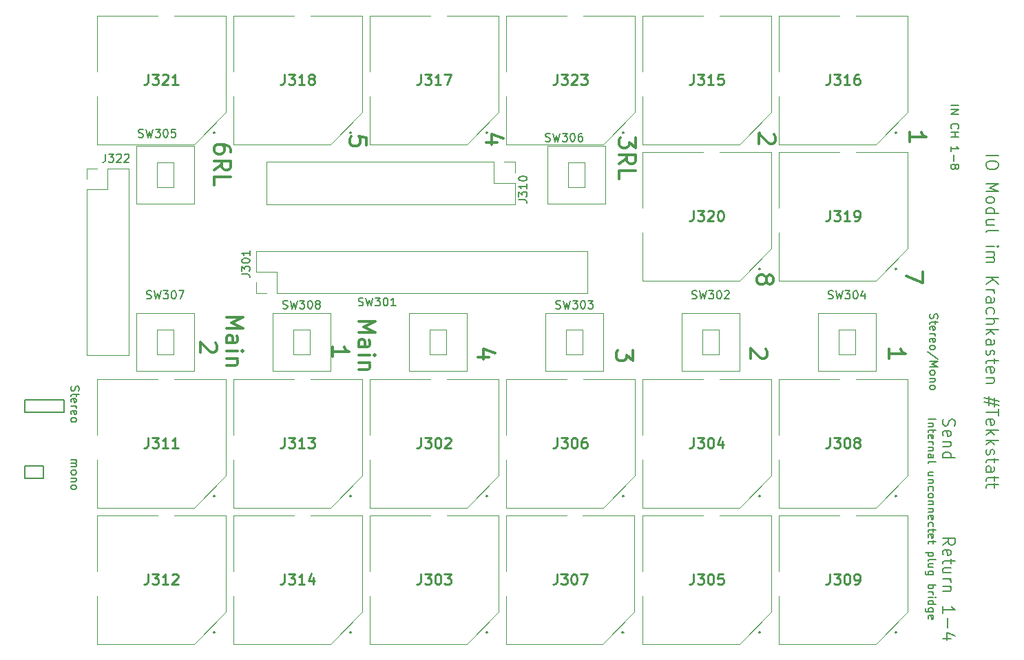
<source format=gbr>
%TF.GenerationSoftware,KiCad,Pcbnew,(6.0.7)*%
%TF.CreationDate,2022-09-16T17:54:49+02:00*%
%TF.ProjectId,Eingangsstufe,45696e67-616e-4677-9373-747566652e6b,rev?*%
%TF.SameCoordinates,Original*%
%TF.FileFunction,Legend,Top*%
%TF.FilePolarity,Positive*%
%FSLAX46Y46*%
G04 Gerber Fmt 4.6, Leading zero omitted, Abs format (unit mm)*
G04 Created by KiCad (PCBNEW (6.0.7)) date 2022-09-16 17:54:49*
%MOMM*%
%LPD*%
G01*
G04 APERTURE LIST*
%ADD10C,0.150000*%
%ADD11C,0.300000*%
%ADD12C,0.254000*%
%ADD13C,0.120000*%
%ADD14C,0.100000*%
%ADD15C,0.200000*%
G04 APERTURE END LIST*
D10*
X105156000Y-82550000D02*
X109982000Y-82550000D01*
X109982000Y-82550000D02*
X109982000Y-84074000D01*
X109982000Y-84074000D02*
X105156000Y-84074000D01*
X105156000Y-84074000D02*
X105156000Y-82550000D01*
X105156000Y-90678000D02*
X107442000Y-90678000D01*
X107442000Y-90678000D02*
X107442000Y-92202000D01*
X107442000Y-92202000D02*
X105156000Y-92202000D01*
X105156000Y-92202000D02*
X105156000Y-90678000D01*
D11*
X162192571Y-77248952D02*
X160859238Y-77248952D01*
X162954476Y-76772761D02*
X161525904Y-76296571D01*
X161525904Y-77534666D01*
X147111238Y-51182190D02*
X147111238Y-50229809D01*
X146158857Y-50134571D01*
X146254095Y-50229809D01*
X146349333Y-50420285D01*
X146349333Y-50896476D01*
X146254095Y-51086952D01*
X146158857Y-51182190D01*
X145968380Y-51277428D01*
X145492190Y-51277428D01*
X145301714Y-51182190D01*
X145206476Y-51086952D01*
X145111238Y-50896476D01*
X145111238Y-50420285D01*
X145206476Y-50229809D01*
X145301714Y-50134571D01*
D10*
X216175619Y-84902285D02*
X217175619Y-84902285D01*
X216842285Y-85378476D02*
X216175619Y-85378476D01*
X216747047Y-85378476D02*
X216794666Y-85426095D01*
X216842285Y-85521333D01*
X216842285Y-85664190D01*
X216794666Y-85759428D01*
X216699428Y-85807047D01*
X216175619Y-85807047D01*
X216842285Y-86140380D02*
X216842285Y-86521333D01*
X217175619Y-86283238D02*
X216318476Y-86283238D01*
X216223238Y-86330857D01*
X216175619Y-86426095D01*
X216175619Y-86521333D01*
X216223238Y-87235619D02*
X216175619Y-87140380D01*
X216175619Y-86949904D01*
X216223238Y-86854666D01*
X216318476Y-86807047D01*
X216699428Y-86807047D01*
X216794666Y-86854666D01*
X216842285Y-86949904D01*
X216842285Y-87140380D01*
X216794666Y-87235619D01*
X216699428Y-87283238D01*
X216604190Y-87283238D01*
X216508952Y-86807047D01*
X216175619Y-87711809D02*
X216842285Y-87711809D01*
X216651809Y-87711809D02*
X216747047Y-87759428D01*
X216794666Y-87807047D01*
X216842285Y-87902285D01*
X216842285Y-87997523D01*
X216842285Y-88330857D02*
X216175619Y-88330857D01*
X216747047Y-88330857D02*
X216794666Y-88378476D01*
X216842285Y-88473714D01*
X216842285Y-88616571D01*
X216794666Y-88711809D01*
X216699428Y-88759428D01*
X216175619Y-88759428D01*
X216175619Y-89664190D02*
X216699428Y-89664190D01*
X216794666Y-89616571D01*
X216842285Y-89521333D01*
X216842285Y-89330857D01*
X216794666Y-89235619D01*
X216223238Y-89664190D02*
X216175619Y-89568952D01*
X216175619Y-89330857D01*
X216223238Y-89235619D01*
X216318476Y-89188000D01*
X216413714Y-89188000D01*
X216508952Y-89235619D01*
X216556571Y-89330857D01*
X216556571Y-89568952D01*
X216604190Y-89664190D01*
X216175619Y-90283238D02*
X216223238Y-90188000D01*
X216318476Y-90140380D01*
X217175619Y-90140380D01*
X216842285Y-91854666D02*
X216175619Y-91854666D01*
X216842285Y-91426095D02*
X216318476Y-91426095D01*
X216223238Y-91473714D01*
X216175619Y-91568952D01*
X216175619Y-91711809D01*
X216223238Y-91807047D01*
X216270857Y-91854666D01*
X216842285Y-92330857D02*
X216175619Y-92330857D01*
X216747047Y-92330857D02*
X216794666Y-92378476D01*
X216842285Y-92473714D01*
X216842285Y-92616571D01*
X216794666Y-92711809D01*
X216699428Y-92759428D01*
X216175619Y-92759428D01*
X216223238Y-93664190D02*
X216175619Y-93568952D01*
X216175619Y-93378476D01*
X216223238Y-93283238D01*
X216270857Y-93235619D01*
X216366095Y-93188000D01*
X216651809Y-93188000D01*
X216747047Y-93235619D01*
X216794666Y-93283238D01*
X216842285Y-93378476D01*
X216842285Y-93568952D01*
X216794666Y-93664190D01*
X216175619Y-94235619D02*
X216223238Y-94140380D01*
X216270857Y-94092761D01*
X216366095Y-94045142D01*
X216651809Y-94045142D01*
X216747047Y-94092761D01*
X216794666Y-94140380D01*
X216842285Y-94235619D01*
X216842285Y-94378476D01*
X216794666Y-94473714D01*
X216747047Y-94521333D01*
X216651809Y-94568952D01*
X216366095Y-94568952D01*
X216270857Y-94521333D01*
X216223238Y-94473714D01*
X216175619Y-94378476D01*
X216175619Y-94235619D01*
X216842285Y-94997523D02*
X216175619Y-94997523D01*
X216747047Y-94997523D02*
X216794666Y-95045142D01*
X216842285Y-95140380D01*
X216842285Y-95283238D01*
X216794666Y-95378476D01*
X216699428Y-95426095D01*
X216175619Y-95426095D01*
X216842285Y-95902285D02*
X216175619Y-95902285D01*
X216747047Y-95902285D02*
X216794666Y-95949904D01*
X216842285Y-96045142D01*
X216842285Y-96188000D01*
X216794666Y-96283238D01*
X216699428Y-96330857D01*
X216175619Y-96330857D01*
X216223238Y-97188000D02*
X216175619Y-97092761D01*
X216175619Y-96902285D01*
X216223238Y-96807047D01*
X216318476Y-96759428D01*
X216699428Y-96759428D01*
X216794666Y-96807047D01*
X216842285Y-96902285D01*
X216842285Y-97092761D01*
X216794666Y-97188000D01*
X216699428Y-97235619D01*
X216604190Y-97235619D01*
X216508952Y-96759428D01*
X216223238Y-98092761D02*
X216175619Y-97997523D01*
X216175619Y-97807047D01*
X216223238Y-97711809D01*
X216270857Y-97664190D01*
X216366095Y-97616571D01*
X216651809Y-97616571D01*
X216747047Y-97664190D01*
X216794666Y-97711809D01*
X216842285Y-97807047D01*
X216842285Y-97997523D01*
X216794666Y-98092761D01*
X216842285Y-98378476D02*
X216842285Y-98759428D01*
X217175619Y-98521333D02*
X216318476Y-98521333D01*
X216223238Y-98568952D01*
X216175619Y-98664190D01*
X216175619Y-98759428D01*
X216223238Y-99473714D02*
X216175619Y-99378476D01*
X216175619Y-99188000D01*
X216223238Y-99092761D01*
X216318476Y-99045142D01*
X216699428Y-99045142D01*
X216794666Y-99092761D01*
X216842285Y-99188000D01*
X216842285Y-99378476D01*
X216794666Y-99473714D01*
X216699428Y-99521333D01*
X216604190Y-99521333D01*
X216508952Y-99045142D01*
X216842285Y-99807047D02*
X216842285Y-100188000D01*
X217175619Y-99949904D02*
X216318476Y-99949904D01*
X216223238Y-99997523D01*
X216175619Y-100092761D01*
X216175619Y-100188000D01*
X216842285Y-101283238D02*
X215842285Y-101283238D01*
X216794666Y-101283238D02*
X216842285Y-101378476D01*
X216842285Y-101568952D01*
X216794666Y-101664190D01*
X216747047Y-101711809D01*
X216651809Y-101759428D01*
X216366095Y-101759428D01*
X216270857Y-101711809D01*
X216223238Y-101664190D01*
X216175619Y-101568952D01*
X216175619Y-101378476D01*
X216223238Y-101283238D01*
X216175619Y-102330857D02*
X216223238Y-102235619D01*
X216318476Y-102188000D01*
X217175619Y-102188000D01*
X216842285Y-103140380D02*
X216175619Y-103140380D01*
X216842285Y-102711809D02*
X216318476Y-102711809D01*
X216223238Y-102759428D01*
X216175619Y-102854666D01*
X216175619Y-102997523D01*
X216223238Y-103092761D01*
X216270857Y-103140380D01*
X216842285Y-104045142D02*
X216032761Y-104045142D01*
X215937523Y-103997523D01*
X215889904Y-103949904D01*
X215842285Y-103854666D01*
X215842285Y-103711809D01*
X215889904Y-103616571D01*
X216223238Y-104045142D02*
X216175619Y-103949904D01*
X216175619Y-103759428D01*
X216223238Y-103664190D01*
X216270857Y-103616571D01*
X216366095Y-103568952D01*
X216651809Y-103568952D01*
X216747047Y-103616571D01*
X216794666Y-103664190D01*
X216842285Y-103759428D01*
X216842285Y-103949904D01*
X216794666Y-104045142D01*
X216175619Y-105283238D02*
X217175619Y-105283238D01*
X216794666Y-105283238D02*
X216842285Y-105378476D01*
X216842285Y-105568952D01*
X216794666Y-105664190D01*
X216747047Y-105711809D01*
X216651809Y-105759428D01*
X216366095Y-105759428D01*
X216270857Y-105711809D01*
X216223238Y-105664190D01*
X216175619Y-105568952D01*
X216175619Y-105378476D01*
X216223238Y-105283238D01*
X216175619Y-106188000D02*
X216842285Y-106188000D01*
X216651809Y-106188000D02*
X216747047Y-106235619D01*
X216794666Y-106283238D01*
X216842285Y-106378476D01*
X216842285Y-106473714D01*
X216175619Y-106807047D02*
X216842285Y-106807047D01*
X217175619Y-106807047D02*
X217128000Y-106759428D01*
X217080380Y-106807047D01*
X217128000Y-106854666D01*
X217175619Y-106807047D01*
X217080380Y-106807047D01*
X216175619Y-107711809D02*
X217175619Y-107711809D01*
X216223238Y-107711809D02*
X216175619Y-107616571D01*
X216175619Y-107426095D01*
X216223238Y-107330857D01*
X216270857Y-107283238D01*
X216366095Y-107235619D01*
X216651809Y-107235619D01*
X216747047Y-107283238D01*
X216794666Y-107330857D01*
X216842285Y-107426095D01*
X216842285Y-107616571D01*
X216794666Y-107711809D01*
X216842285Y-108616571D02*
X216032761Y-108616571D01*
X215937523Y-108568952D01*
X215889904Y-108521333D01*
X215842285Y-108426095D01*
X215842285Y-108283238D01*
X215889904Y-108188000D01*
X216223238Y-108616571D02*
X216175619Y-108521333D01*
X216175619Y-108330857D01*
X216223238Y-108235619D01*
X216270857Y-108188000D01*
X216366095Y-108140380D01*
X216651809Y-108140380D01*
X216747047Y-108188000D01*
X216794666Y-108235619D01*
X216842285Y-108330857D01*
X216842285Y-108521333D01*
X216794666Y-108616571D01*
X216223238Y-109473714D02*
X216175619Y-109378476D01*
X216175619Y-109188000D01*
X216223238Y-109092761D01*
X216318476Y-109045142D01*
X216699428Y-109045142D01*
X216794666Y-109092761D01*
X216842285Y-109188000D01*
X216842285Y-109378476D01*
X216794666Y-109473714D01*
X216699428Y-109521333D01*
X216604190Y-109521333D01*
X216508952Y-109045142D01*
X218052857Y-84886571D02*
X217981428Y-85100857D01*
X217981428Y-85458000D01*
X218052857Y-85600857D01*
X218124285Y-85672285D01*
X218267142Y-85743714D01*
X218410000Y-85743714D01*
X218552857Y-85672285D01*
X218624285Y-85600857D01*
X218695714Y-85458000D01*
X218767142Y-85172285D01*
X218838571Y-85029428D01*
X218910000Y-84958000D01*
X219052857Y-84886571D01*
X219195714Y-84886571D01*
X219338571Y-84958000D01*
X219410000Y-85029428D01*
X219481428Y-85172285D01*
X219481428Y-85529428D01*
X219410000Y-85743714D01*
X218052857Y-86958000D02*
X217981428Y-86815142D01*
X217981428Y-86529428D01*
X218052857Y-86386571D01*
X218195714Y-86315142D01*
X218767142Y-86315142D01*
X218910000Y-86386571D01*
X218981428Y-86529428D01*
X218981428Y-86815142D01*
X218910000Y-86958000D01*
X218767142Y-87029428D01*
X218624285Y-87029428D01*
X218481428Y-86315142D01*
X218981428Y-87672285D02*
X217981428Y-87672285D01*
X218838571Y-87672285D02*
X218910000Y-87743714D01*
X218981428Y-87886571D01*
X218981428Y-88100857D01*
X218910000Y-88243714D01*
X218767142Y-88315142D01*
X217981428Y-88315142D01*
X217981428Y-89672285D02*
X219481428Y-89672285D01*
X218052857Y-89672285D02*
X217981428Y-89529428D01*
X217981428Y-89243714D01*
X218052857Y-89100857D01*
X218124285Y-89029428D01*
X218267142Y-88958000D01*
X218695714Y-88958000D01*
X218838571Y-89029428D01*
X218910000Y-89100857D01*
X218981428Y-89243714D01*
X218981428Y-89529428D01*
X218910000Y-89672285D01*
X217981428Y-100386571D02*
X218695714Y-99886571D01*
X217981428Y-99529428D02*
X219481428Y-99529428D01*
X219481428Y-100100857D01*
X219410000Y-100243714D01*
X219338571Y-100315142D01*
X219195714Y-100386571D01*
X218981428Y-100386571D01*
X218838571Y-100315142D01*
X218767142Y-100243714D01*
X218695714Y-100100857D01*
X218695714Y-99529428D01*
X218052857Y-101600857D02*
X217981428Y-101458000D01*
X217981428Y-101172285D01*
X218052857Y-101029428D01*
X218195714Y-100958000D01*
X218767142Y-100958000D01*
X218910000Y-101029428D01*
X218981428Y-101172285D01*
X218981428Y-101458000D01*
X218910000Y-101600857D01*
X218767142Y-101672285D01*
X218624285Y-101672285D01*
X218481428Y-100958000D01*
X218981428Y-102100857D02*
X218981428Y-102672285D01*
X219481428Y-102315142D02*
X218195714Y-102315142D01*
X218052857Y-102386571D01*
X217981428Y-102529428D01*
X217981428Y-102672285D01*
X218981428Y-103815142D02*
X217981428Y-103815142D01*
X218981428Y-103172285D02*
X218195714Y-103172285D01*
X218052857Y-103243714D01*
X217981428Y-103386571D01*
X217981428Y-103600857D01*
X218052857Y-103743714D01*
X218124285Y-103815142D01*
X217981428Y-104529428D02*
X218981428Y-104529428D01*
X218695714Y-104529428D02*
X218838571Y-104600857D01*
X218910000Y-104672285D01*
X218981428Y-104815142D01*
X218981428Y-104958000D01*
X218981428Y-105458000D02*
X217981428Y-105458000D01*
X218838571Y-105458000D02*
X218910000Y-105529428D01*
X218981428Y-105672285D01*
X218981428Y-105886571D01*
X218910000Y-106029428D01*
X218767142Y-106100857D01*
X217981428Y-106100857D01*
X217981428Y-108743714D02*
X217981428Y-107886571D01*
X217981428Y-108315142D02*
X219481428Y-108315142D01*
X219267142Y-108172285D01*
X219124285Y-108029428D01*
X219052857Y-107886571D01*
X218552857Y-109386571D02*
X218552857Y-110529428D01*
X218981428Y-111886571D02*
X217981428Y-111886571D01*
X219552857Y-111529428D02*
X218481428Y-111172285D01*
X218481428Y-112100857D01*
D11*
X130433238Y-52071428D02*
X130433238Y-51690476D01*
X130338000Y-51500000D01*
X130242761Y-51404761D01*
X129957047Y-51214285D01*
X129576095Y-51119047D01*
X128814190Y-51119047D01*
X128623714Y-51214285D01*
X128528476Y-51309523D01*
X128433238Y-51500000D01*
X128433238Y-51880952D01*
X128528476Y-52071428D01*
X128623714Y-52166666D01*
X128814190Y-52261904D01*
X129290380Y-52261904D01*
X129480857Y-52166666D01*
X129576095Y-52071428D01*
X129671333Y-51880952D01*
X129671333Y-51500000D01*
X129576095Y-51309523D01*
X129480857Y-51214285D01*
X129290380Y-51119047D01*
X128433238Y-54261904D02*
X129385619Y-53595238D01*
X128433238Y-53119047D02*
X130433238Y-53119047D01*
X130433238Y-53880952D01*
X130338000Y-54071428D01*
X130242761Y-54166666D01*
X130052285Y-54261904D01*
X129766571Y-54261904D01*
X129576095Y-54166666D01*
X129480857Y-54071428D01*
X129385619Y-53880952D01*
X129385619Y-53119047D01*
X128433238Y-56071428D02*
X128433238Y-55119047D01*
X130433238Y-55119047D01*
D10*
X218969619Y-46317047D02*
X219969619Y-46317047D01*
X218969619Y-46793238D02*
X219969619Y-46793238D01*
X218969619Y-47364666D01*
X219969619Y-47364666D01*
X219064857Y-49174190D02*
X219017238Y-49126571D01*
X218969619Y-48983714D01*
X218969619Y-48888476D01*
X219017238Y-48745619D01*
X219112476Y-48650380D01*
X219207714Y-48602761D01*
X219398190Y-48555142D01*
X219541047Y-48555142D01*
X219731523Y-48602761D01*
X219826761Y-48650380D01*
X219922000Y-48745619D01*
X219969619Y-48888476D01*
X219969619Y-48983714D01*
X219922000Y-49126571D01*
X219874380Y-49174190D01*
X218969619Y-49602761D02*
X219969619Y-49602761D01*
X219493428Y-49602761D02*
X219493428Y-50174190D01*
X218969619Y-50174190D02*
X219969619Y-50174190D01*
X218969619Y-51936095D02*
X218969619Y-51364666D01*
X218969619Y-51650380D02*
X219969619Y-51650380D01*
X219826761Y-51555142D01*
X219731523Y-51459904D01*
X219683904Y-51364666D01*
X219350571Y-52364666D02*
X219350571Y-53126571D01*
X219541047Y-53745619D02*
X219588666Y-53650380D01*
X219636285Y-53602761D01*
X219731523Y-53555142D01*
X219779142Y-53555142D01*
X219874380Y-53602761D01*
X219922000Y-53650380D01*
X219969619Y-53745619D01*
X219969619Y-53936095D01*
X219922000Y-54031333D01*
X219874380Y-54078952D01*
X219779142Y-54126571D01*
X219731523Y-54126571D01*
X219636285Y-54078952D01*
X219588666Y-54031333D01*
X219541047Y-53936095D01*
X219541047Y-53745619D01*
X219493428Y-53650380D01*
X219445809Y-53602761D01*
X219350571Y-53555142D01*
X219160095Y-53555142D01*
X219064857Y-53602761D01*
X219017238Y-53650380D01*
X218969619Y-53745619D01*
X218969619Y-53936095D01*
X219017238Y-54031333D01*
X219064857Y-54078952D01*
X219160095Y-54126571D01*
X219350571Y-54126571D01*
X219445809Y-54078952D01*
X219493428Y-54031333D01*
X219541047Y-53936095D01*
D11*
X213945238Y-50769428D02*
X213945238Y-49626571D01*
X213945238Y-50198000D02*
X215945238Y-50198000D01*
X215659523Y-50007523D01*
X215469047Y-49817047D01*
X215373809Y-49626571D01*
X179877238Y-76455333D02*
X179877238Y-77693428D01*
X179115333Y-77026761D01*
X179115333Y-77312476D01*
X179020095Y-77502952D01*
X178924857Y-77598190D01*
X178734380Y-77693428D01*
X178258190Y-77693428D01*
X178067714Y-77598190D01*
X177972476Y-77502952D01*
X177877238Y-77312476D01*
X177877238Y-76741047D01*
X177972476Y-76550571D01*
X178067714Y-76455333D01*
X146205238Y-72899714D02*
X148205238Y-72899714D01*
X146776666Y-73566380D01*
X148205238Y-74233047D01*
X146205238Y-74233047D01*
X146205238Y-76042571D02*
X147252857Y-76042571D01*
X147443333Y-75947333D01*
X147538571Y-75756857D01*
X147538571Y-75375904D01*
X147443333Y-75185428D01*
X146300476Y-76042571D02*
X146205238Y-75852095D01*
X146205238Y-75375904D01*
X146300476Y-75185428D01*
X146490952Y-75090190D01*
X146681428Y-75090190D01*
X146871904Y-75185428D01*
X146967142Y-75375904D01*
X146967142Y-75852095D01*
X147062380Y-76042571D01*
X146205238Y-76994952D02*
X147538571Y-76994952D01*
X148205238Y-76994952D02*
X148110000Y-76899714D01*
X148014761Y-76994952D01*
X148110000Y-77090190D01*
X148205238Y-76994952D01*
X148014761Y-76994952D01*
X147538571Y-77947333D02*
X146205238Y-77947333D01*
X147348095Y-77947333D02*
X147443333Y-78042571D01*
X147538571Y-78233047D01*
X147538571Y-78518761D01*
X147443333Y-78709238D01*
X147252857Y-78804476D01*
X146205238Y-78804476D01*
X142985238Y-77185428D02*
X142985238Y-76042571D01*
X142985238Y-76614000D02*
X144985238Y-76614000D01*
X144699523Y-76423523D01*
X144509047Y-76233047D01*
X144413809Y-76042571D01*
X163208571Y-50832952D02*
X161875238Y-50832952D01*
X163970476Y-50356761D02*
X162541904Y-49880571D01*
X162541904Y-51118666D01*
X211405238Y-77439428D02*
X211405238Y-76296571D01*
X211405238Y-76868000D02*
X213405238Y-76868000D01*
X213119523Y-76677523D01*
X212929047Y-76487047D01*
X212833809Y-76296571D01*
X180217238Y-50261809D02*
X180217238Y-51499904D01*
X179455333Y-50833238D01*
X179455333Y-51118952D01*
X179360095Y-51309428D01*
X179264857Y-51404666D01*
X179074380Y-51499904D01*
X178598190Y-51499904D01*
X178407714Y-51404666D01*
X178312476Y-51309428D01*
X178217238Y-51118952D01*
X178217238Y-50547523D01*
X178312476Y-50357047D01*
X178407714Y-50261809D01*
X178217238Y-53499904D02*
X179169619Y-52833238D01*
X178217238Y-52357047D02*
X180217238Y-52357047D01*
X180217238Y-53118952D01*
X180122000Y-53309428D01*
X180026761Y-53404666D01*
X179836285Y-53499904D01*
X179550571Y-53499904D01*
X179360095Y-53404666D01*
X179264857Y-53309428D01*
X179169619Y-53118952D01*
X179169619Y-52357047D01*
X178217238Y-55309428D02*
X178217238Y-54357047D01*
X180217238Y-54357047D01*
D10*
X216434238Y-71971142D02*
X216386619Y-72114000D01*
X216386619Y-72352095D01*
X216434238Y-72447333D01*
X216481857Y-72494952D01*
X216577095Y-72542571D01*
X216672333Y-72542571D01*
X216767571Y-72494952D01*
X216815190Y-72447333D01*
X216862809Y-72352095D01*
X216910428Y-72161619D01*
X216958047Y-72066380D01*
X217005666Y-72018761D01*
X217100904Y-71971142D01*
X217196142Y-71971142D01*
X217291380Y-72018761D01*
X217339000Y-72066380D01*
X217386619Y-72161619D01*
X217386619Y-72399714D01*
X217339000Y-72542571D01*
X217053285Y-72828285D02*
X217053285Y-73209238D01*
X217386619Y-72971142D02*
X216529476Y-72971142D01*
X216434238Y-73018761D01*
X216386619Y-73114000D01*
X216386619Y-73209238D01*
X216434238Y-73923523D02*
X216386619Y-73828285D01*
X216386619Y-73637809D01*
X216434238Y-73542571D01*
X216529476Y-73494952D01*
X216910428Y-73494952D01*
X217005666Y-73542571D01*
X217053285Y-73637809D01*
X217053285Y-73828285D01*
X217005666Y-73923523D01*
X216910428Y-73971142D01*
X216815190Y-73971142D01*
X216719952Y-73494952D01*
X216386619Y-74399714D02*
X217053285Y-74399714D01*
X216862809Y-74399714D02*
X216958047Y-74447333D01*
X217005666Y-74494952D01*
X217053285Y-74590190D01*
X217053285Y-74685428D01*
X216434238Y-75399714D02*
X216386619Y-75304476D01*
X216386619Y-75114000D01*
X216434238Y-75018761D01*
X216529476Y-74971142D01*
X216910428Y-74971142D01*
X217005666Y-75018761D01*
X217053285Y-75114000D01*
X217053285Y-75304476D01*
X217005666Y-75399714D01*
X216910428Y-75447333D01*
X216815190Y-75447333D01*
X216719952Y-74971142D01*
X216386619Y-76018761D02*
X216434238Y-75923523D01*
X216481857Y-75875904D01*
X216577095Y-75828285D01*
X216862809Y-75828285D01*
X216958047Y-75875904D01*
X217005666Y-75923523D01*
X217053285Y-76018761D01*
X217053285Y-76161619D01*
X217005666Y-76256857D01*
X216958047Y-76304476D01*
X216862809Y-76352095D01*
X216577095Y-76352095D01*
X216481857Y-76304476D01*
X216434238Y-76256857D01*
X216386619Y-76161619D01*
X216386619Y-76018761D01*
X217434238Y-77494952D02*
X216148523Y-76637809D01*
X216386619Y-77828285D02*
X217386619Y-77828285D01*
X216672333Y-78161619D01*
X217386619Y-78494952D01*
X216386619Y-78494952D01*
X216386619Y-79114000D02*
X216434238Y-79018761D01*
X216481857Y-78971142D01*
X216577095Y-78923523D01*
X216862809Y-78923523D01*
X216958047Y-78971142D01*
X217005666Y-79018761D01*
X217053285Y-79114000D01*
X217053285Y-79256857D01*
X217005666Y-79352095D01*
X216958047Y-79399714D01*
X216862809Y-79447333D01*
X216577095Y-79447333D01*
X216481857Y-79399714D01*
X216434238Y-79352095D01*
X216386619Y-79256857D01*
X216386619Y-79114000D01*
X217053285Y-79875904D02*
X216386619Y-79875904D01*
X216958047Y-79875904D02*
X217005666Y-79923523D01*
X217053285Y-80018761D01*
X217053285Y-80161619D01*
X217005666Y-80256857D01*
X216910428Y-80304476D01*
X216386619Y-80304476D01*
X216386619Y-80923523D02*
X216434238Y-80828285D01*
X216481857Y-80780666D01*
X216577095Y-80733047D01*
X216862809Y-80733047D01*
X216958047Y-80780666D01*
X217005666Y-80828285D01*
X217053285Y-80923523D01*
X217053285Y-81066380D01*
X217005666Y-81161619D01*
X216958047Y-81209238D01*
X216862809Y-81256857D01*
X216577095Y-81256857D01*
X216481857Y-81209238D01*
X216434238Y-81161619D01*
X216386619Y-81066380D01*
X216386619Y-80923523D01*
D11*
X215523238Y-66803333D02*
X215523238Y-68136666D01*
X213523238Y-67279523D01*
X197212761Y-49880571D02*
X197308000Y-49975809D01*
X197403238Y-50166285D01*
X197403238Y-50642476D01*
X197308000Y-50832952D01*
X197212761Y-50928190D01*
X197022285Y-51023428D01*
X196831809Y-51023428D01*
X196546095Y-50928190D01*
X195403238Y-49785333D01*
X195403238Y-51023428D01*
D10*
X110847238Y-80867523D02*
X110799619Y-81010380D01*
X110799619Y-81248476D01*
X110847238Y-81343714D01*
X110894857Y-81391333D01*
X110990095Y-81438952D01*
X111085333Y-81438952D01*
X111180571Y-81391333D01*
X111228190Y-81343714D01*
X111275809Y-81248476D01*
X111323428Y-81058000D01*
X111371047Y-80962761D01*
X111418666Y-80915142D01*
X111513904Y-80867523D01*
X111609142Y-80867523D01*
X111704380Y-80915142D01*
X111752000Y-80962761D01*
X111799619Y-81058000D01*
X111799619Y-81296095D01*
X111752000Y-81438952D01*
X111466285Y-81724666D02*
X111466285Y-82105619D01*
X111799619Y-81867523D02*
X110942476Y-81867523D01*
X110847238Y-81915142D01*
X110799619Y-82010380D01*
X110799619Y-82105619D01*
X110847238Y-82819904D02*
X110799619Y-82724666D01*
X110799619Y-82534190D01*
X110847238Y-82438952D01*
X110942476Y-82391333D01*
X111323428Y-82391333D01*
X111418666Y-82438952D01*
X111466285Y-82534190D01*
X111466285Y-82724666D01*
X111418666Y-82819904D01*
X111323428Y-82867523D01*
X111228190Y-82867523D01*
X111132952Y-82391333D01*
X110799619Y-83296095D02*
X111466285Y-83296095D01*
X111275809Y-83296095D02*
X111371047Y-83343714D01*
X111418666Y-83391333D01*
X111466285Y-83486571D01*
X111466285Y-83581809D01*
X110847238Y-84296095D02*
X110799619Y-84200857D01*
X110799619Y-84010380D01*
X110847238Y-83915142D01*
X110942476Y-83867523D01*
X111323428Y-83867523D01*
X111418666Y-83915142D01*
X111466285Y-84010380D01*
X111466285Y-84200857D01*
X111418666Y-84296095D01*
X111323428Y-84343714D01*
X111228190Y-84343714D01*
X111132952Y-83867523D01*
X110799619Y-84915142D02*
X110847238Y-84819904D01*
X110894857Y-84772285D01*
X110990095Y-84724666D01*
X111275809Y-84724666D01*
X111371047Y-84772285D01*
X111418666Y-84819904D01*
X111466285Y-84915142D01*
X111466285Y-85057999D01*
X111418666Y-85153238D01*
X111371047Y-85200857D01*
X111275809Y-85248476D01*
X110990095Y-85248476D01*
X110894857Y-85200857D01*
X110847238Y-85153238D01*
X110799619Y-85057999D01*
X110799619Y-84915142D01*
X110799619Y-89908285D02*
X111466285Y-89908285D01*
X111371047Y-89908285D02*
X111418666Y-89955904D01*
X111466285Y-90051142D01*
X111466285Y-90194000D01*
X111418666Y-90289238D01*
X111323428Y-90336857D01*
X110799619Y-90336857D01*
X111323428Y-90336857D02*
X111418666Y-90384476D01*
X111466285Y-90479714D01*
X111466285Y-90622571D01*
X111418666Y-90717809D01*
X111323428Y-90765428D01*
X110799619Y-90765428D01*
X110799619Y-91384476D02*
X110847238Y-91289238D01*
X110894857Y-91241619D01*
X110990095Y-91194000D01*
X111275809Y-91194000D01*
X111371047Y-91241619D01*
X111418666Y-91289238D01*
X111466285Y-91384476D01*
X111466285Y-91527333D01*
X111418666Y-91622571D01*
X111371047Y-91670190D01*
X111275809Y-91717809D01*
X110990095Y-91717809D01*
X110894857Y-91670190D01*
X110847238Y-91622571D01*
X110799619Y-91527333D01*
X110799619Y-91384476D01*
X111466285Y-92146380D02*
X110799619Y-92146380D01*
X111371047Y-92146380D02*
X111418666Y-92194000D01*
X111466285Y-92289238D01*
X111466285Y-92432095D01*
X111418666Y-92527333D01*
X111323428Y-92574952D01*
X110799619Y-92574952D01*
X110799619Y-93194000D02*
X110847238Y-93098761D01*
X110894857Y-93051142D01*
X110990095Y-93003523D01*
X111275809Y-93003523D01*
X111371047Y-93051142D01*
X111418666Y-93098761D01*
X111466285Y-93194000D01*
X111466285Y-93336857D01*
X111418666Y-93432095D01*
X111371047Y-93479714D01*
X111275809Y-93527333D01*
X110990095Y-93527333D01*
X110894857Y-93479714D01*
X110847238Y-93432095D01*
X110799619Y-93336857D01*
X110799619Y-93194000D01*
D11*
X129957238Y-72391714D02*
X131957238Y-72391714D01*
X130528666Y-73058380D01*
X131957238Y-73725047D01*
X129957238Y-73725047D01*
X129957238Y-75534571D02*
X131004857Y-75534571D01*
X131195333Y-75439333D01*
X131290571Y-75248857D01*
X131290571Y-74867904D01*
X131195333Y-74677428D01*
X130052476Y-75534571D02*
X129957238Y-75344095D01*
X129957238Y-74867904D01*
X130052476Y-74677428D01*
X130242952Y-74582190D01*
X130433428Y-74582190D01*
X130623904Y-74677428D01*
X130719142Y-74867904D01*
X130719142Y-75344095D01*
X130814380Y-75534571D01*
X129957238Y-76486952D02*
X131290571Y-76486952D01*
X131957238Y-76486952D02*
X131862000Y-76391714D01*
X131766761Y-76486952D01*
X131862000Y-76582190D01*
X131957238Y-76486952D01*
X131766761Y-76486952D01*
X131290571Y-77439333D02*
X129957238Y-77439333D01*
X131100095Y-77439333D02*
X131195333Y-77534571D01*
X131290571Y-77725047D01*
X131290571Y-78010761D01*
X131195333Y-78201238D01*
X131004857Y-78296476D01*
X129957238Y-78296476D01*
X128546761Y-75534571D02*
X128642000Y-75629809D01*
X128737238Y-75820285D01*
X128737238Y-76296476D01*
X128642000Y-76486952D01*
X128546761Y-76582190D01*
X128356285Y-76677428D01*
X128165809Y-76677428D01*
X127880095Y-76582190D01*
X126737238Y-75439333D01*
X126737238Y-76677428D01*
X196196761Y-76296571D02*
X196292000Y-76391809D01*
X196387238Y-76582285D01*
X196387238Y-77058476D01*
X196292000Y-77248952D01*
X196196761Y-77344190D01*
X196006285Y-77439428D01*
X195815809Y-77439428D01*
X195530095Y-77344190D01*
X194387238Y-76201333D01*
X194387238Y-77439428D01*
X196292095Y-67533523D02*
X196387333Y-67343047D01*
X196482571Y-67247809D01*
X196673047Y-67152571D01*
X196768285Y-67152571D01*
X196958761Y-67247809D01*
X197054000Y-67343047D01*
X197149238Y-67533523D01*
X197149238Y-67914476D01*
X197054000Y-68104952D01*
X196958761Y-68200190D01*
X196768285Y-68295428D01*
X196673047Y-68295428D01*
X196482571Y-68200190D01*
X196387333Y-68104952D01*
X196292095Y-67914476D01*
X196292095Y-67533523D01*
X196196857Y-67343047D01*
X196101619Y-67247809D01*
X195911142Y-67152571D01*
X195530190Y-67152571D01*
X195339714Y-67247809D01*
X195244476Y-67343047D01*
X195149238Y-67533523D01*
X195149238Y-67914476D01*
X195244476Y-68104952D01*
X195339714Y-68200190D01*
X195530190Y-68295428D01*
X195911142Y-68295428D01*
X196101619Y-68200190D01*
X196196857Y-68104952D01*
X196292095Y-67914476D01*
D10*
X223315428Y-52482571D02*
X224815428Y-52482571D01*
X224815428Y-53482571D02*
X224815428Y-53768285D01*
X224744000Y-53911142D01*
X224601142Y-54054000D01*
X224315428Y-54125428D01*
X223815428Y-54125428D01*
X223529714Y-54054000D01*
X223386857Y-53911142D01*
X223315428Y-53768285D01*
X223315428Y-53482571D01*
X223386857Y-53339714D01*
X223529714Y-53196857D01*
X223815428Y-53125428D01*
X224315428Y-53125428D01*
X224601142Y-53196857D01*
X224744000Y-53339714D01*
X224815428Y-53482571D01*
X223315428Y-55911142D02*
X224815428Y-55911142D01*
X223744000Y-56411142D01*
X224815428Y-56911142D01*
X223315428Y-56911142D01*
X223315428Y-57839714D02*
X223386857Y-57696857D01*
X223458285Y-57625428D01*
X223601142Y-57554000D01*
X224029714Y-57554000D01*
X224172571Y-57625428D01*
X224244000Y-57696857D01*
X224315428Y-57839714D01*
X224315428Y-58054000D01*
X224244000Y-58196857D01*
X224172571Y-58268285D01*
X224029714Y-58339714D01*
X223601142Y-58339714D01*
X223458285Y-58268285D01*
X223386857Y-58196857D01*
X223315428Y-58054000D01*
X223315428Y-57839714D01*
X223315428Y-59625428D02*
X224815428Y-59625428D01*
X223386857Y-59625428D02*
X223315428Y-59482571D01*
X223315428Y-59196857D01*
X223386857Y-59054000D01*
X223458285Y-58982571D01*
X223601142Y-58911142D01*
X224029714Y-58911142D01*
X224172571Y-58982571D01*
X224244000Y-59054000D01*
X224315428Y-59196857D01*
X224315428Y-59482571D01*
X224244000Y-59625428D01*
X224315428Y-60982571D02*
X223315428Y-60982571D01*
X224315428Y-60339714D02*
X223529714Y-60339714D01*
X223386857Y-60411142D01*
X223315428Y-60554000D01*
X223315428Y-60768285D01*
X223386857Y-60911142D01*
X223458285Y-60982571D01*
X223315428Y-61911142D02*
X223386857Y-61768285D01*
X223529714Y-61696857D01*
X224815428Y-61696857D01*
X223315428Y-63625428D02*
X224315428Y-63625428D01*
X224815428Y-63625428D02*
X224744000Y-63554000D01*
X224672571Y-63625428D01*
X224744000Y-63696857D01*
X224815428Y-63625428D01*
X224672571Y-63625428D01*
X223315428Y-64339714D02*
X224315428Y-64339714D01*
X224172571Y-64339714D02*
X224244000Y-64411142D01*
X224315428Y-64554000D01*
X224315428Y-64768285D01*
X224244000Y-64911142D01*
X224101142Y-64982571D01*
X223315428Y-64982571D01*
X224101142Y-64982571D02*
X224244000Y-65054000D01*
X224315428Y-65196857D01*
X224315428Y-65411142D01*
X224244000Y-65554000D01*
X224101142Y-65625428D01*
X223315428Y-65625428D01*
X223315428Y-67482571D02*
X224815428Y-67482571D01*
X223315428Y-68339714D02*
X224172571Y-67696857D01*
X224815428Y-68339714D02*
X223958285Y-67482571D01*
X223315428Y-68982571D02*
X224315428Y-68982571D01*
X224029714Y-68982571D02*
X224172571Y-69054000D01*
X224244000Y-69125428D01*
X224315428Y-69268285D01*
X224315428Y-69411142D01*
X223315428Y-70554000D02*
X224101142Y-70554000D01*
X224244000Y-70482571D01*
X224315428Y-70339714D01*
X224315428Y-70054000D01*
X224244000Y-69911142D01*
X223386857Y-70554000D02*
X223315428Y-70411142D01*
X223315428Y-70054000D01*
X223386857Y-69911142D01*
X223529714Y-69839714D01*
X223672571Y-69839714D01*
X223815428Y-69911142D01*
X223886857Y-70054000D01*
X223886857Y-70411142D01*
X223958285Y-70554000D01*
X223386857Y-71911142D02*
X223315428Y-71768285D01*
X223315428Y-71482571D01*
X223386857Y-71339714D01*
X223458285Y-71268285D01*
X223601142Y-71196857D01*
X224029714Y-71196857D01*
X224172571Y-71268285D01*
X224244000Y-71339714D01*
X224315428Y-71482571D01*
X224315428Y-71768285D01*
X224244000Y-71911142D01*
X223315428Y-72554000D02*
X224815428Y-72554000D01*
X223315428Y-73196857D02*
X224101142Y-73196857D01*
X224244000Y-73125428D01*
X224315428Y-72982571D01*
X224315428Y-72768285D01*
X224244000Y-72625428D01*
X224172571Y-72554000D01*
X223315428Y-73911142D02*
X224815428Y-73911142D01*
X223886857Y-74054000D02*
X223315428Y-74482571D01*
X224315428Y-74482571D02*
X223744000Y-73911142D01*
X223315428Y-75768285D02*
X224101142Y-75768285D01*
X224244000Y-75696857D01*
X224315428Y-75554000D01*
X224315428Y-75268285D01*
X224244000Y-75125428D01*
X223386857Y-75768285D02*
X223315428Y-75625428D01*
X223315428Y-75268285D01*
X223386857Y-75125428D01*
X223529714Y-75054000D01*
X223672571Y-75054000D01*
X223815428Y-75125428D01*
X223886857Y-75268285D01*
X223886857Y-75625428D01*
X223958285Y-75768285D01*
X223386857Y-76411142D02*
X223315428Y-76554000D01*
X223315428Y-76839714D01*
X223386857Y-76982571D01*
X223529714Y-77054000D01*
X223601142Y-77054000D01*
X223744000Y-76982571D01*
X223815428Y-76839714D01*
X223815428Y-76625428D01*
X223886857Y-76482571D01*
X224029714Y-76411142D01*
X224101142Y-76411142D01*
X224244000Y-76482571D01*
X224315428Y-76625428D01*
X224315428Y-76839714D01*
X224244000Y-76982571D01*
X224315428Y-77482571D02*
X224315428Y-78054000D01*
X224815428Y-77696857D02*
X223529714Y-77696857D01*
X223386857Y-77768285D01*
X223315428Y-77911142D01*
X223315428Y-78054000D01*
X223386857Y-79125428D02*
X223315428Y-78982571D01*
X223315428Y-78696857D01*
X223386857Y-78554000D01*
X223529714Y-78482571D01*
X224101142Y-78482571D01*
X224244000Y-78554000D01*
X224315428Y-78696857D01*
X224315428Y-78982571D01*
X224244000Y-79125428D01*
X224101142Y-79196857D01*
X223958285Y-79196857D01*
X223815428Y-78482571D01*
X224315428Y-79839714D02*
X223315428Y-79839714D01*
X224172571Y-79839714D02*
X224244000Y-79911142D01*
X224315428Y-80054000D01*
X224315428Y-80268285D01*
X224244000Y-80411142D01*
X224101142Y-80482571D01*
X223315428Y-80482571D01*
X224315428Y-82268285D02*
X224315428Y-83339714D01*
X224958285Y-82696857D02*
X223029714Y-82268285D01*
X223672571Y-83196857D02*
X223672571Y-82125428D01*
X223029714Y-82768285D02*
X224958285Y-83196857D01*
X224815428Y-83625428D02*
X224815428Y-84482571D01*
X223315428Y-84054000D02*
X224815428Y-84054000D01*
X223386857Y-85554000D02*
X223315428Y-85411142D01*
X223315428Y-85125428D01*
X223386857Y-84982571D01*
X223529714Y-84911142D01*
X224101142Y-84911142D01*
X224244000Y-84982571D01*
X224315428Y-85125428D01*
X224315428Y-85411142D01*
X224244000Y-85554000D01*
X224101142Y-85625428D01*
X223958285Y-85625428D01*
X223815428Y-84911142D01*
X223315428Y-86268285D02*
X224815428Y-86268285D01*
X223886857Y-86411142D02*
X223315428Y-86839714D01*
X224315428Y-86839714D02*
X223744000Y-86268285D01*
X223315428Y-87482571D02*
X224815428Y-87482571D01*
X223886857Y-87625428D02*
X223315428Y-88054000D01*
X224315428Y-88054000D02*
X223744000Y-87482571D01*
X223386857Y-88625428D02*
X223315428Y-88768285D01*
X223315428Y-89054000D01*
X223386857Y-89196857D01*
X223529714Y-89268285D01*
X223601142Y-89268285D01*
X223744000Y-89196857D01*
X223815428Y-89054000D01*
X223815428Y-88839714D01*
X223886857Y-88696857D01*
X224029714Y-88625428D01*
X224101142Y-88625428D01*
X224244000Y-88696857D01*
X224315428Y-88839714D01*
X224315428Y-89054000D01*
X224244000Y-89196857D01*
X224315428Y-89696857D02*
X224315428Y-90268285D01*
X224815428Y-89911142D02*
X223529714Y-89911142D01*
X223386857Y-89982571D01*
X223315428Y-90125428D01*
X223315428Y-90268285D01*
X223315428Y-91411142D02*
X224101142Y-91411142D01*
X224244000Y-91339714D01*
X224315428Y-91196857D01*
X224315428Y-90911142D01*
X224244000Y-90768285D01*
X223386857Y-91411142D02*
X223315428Y-91268285D01*
X223315428Y-90911142D01*
X223386857Y-90768285D01*
X223529714Y-90696857D01*
X223672571Y-90696857D01*
X223815428Y-90768285D01*
X223886857Y-90911142D01*
X223886857Y-91268285D01*
X223958285Y-91411142D01*
X224315428Y-91911142D02*
X224315428Y-92482571D01*
X224815428Y-92125428D02*
X223529714Y-92125428D01*
X223386857Y-92196857D01*
X223315428Y-92339714D01*
X223315428Y-92482571D01*
X224315428Y-92768285D02*
X224315428Y-93339714D01*
X224815428Y-92982571D02*
X223529714Y-92982571D01*
X223386857Y-93054000D01*
X223315428Y-93196857D01*
X223315428Y-93339714D01*
%TO.C,SW305*%
X119126285Y-50188761D02*
X119269142Y-50236380D01*
X119507238Y-50236380D01*
X119602476Y-50188761D01*
X119650095Y-50141142D01*
X119697714Y-50045904D01*
X119697714Y-49950666D01*
X119650095Y-49855428D01*
X119602476Y-49807809D01*
X119507238Y-49760190D01*
X119316761Y-49712571D01*
X119221523Y-49664952D01*
X119173904Y-49617333D01*
X119126285Y-49522095D01*
X119126285Y-49426857D01*
X119173904Y-49331619D01*
X119221523Y-49284000D01*
X119316761Y-49236380D01*
X119554857Y-49236380D01*
X119697714Y-49284000D01*
X120031047Y-49236380D02*
X120269142Y-50236380D01*
X120459619Y-49522095D01*
X120650095Y-50236380D01*
X120888190Y-49236380D01*
X121173904Y-49236380D02*
X121792952Y-49236380D01*
X121459619Y-49617333D01*
X121602476Y-49617333D01*
X121697714Y-49664952D01*
X121745333Y-49712571D01*
X121792952Y-49807809D01*
X121792952Y-50045904D01*
X121745333Y-50141142D01*
X121697714Y-50188761D01*
X121602476Y-50236380D01*
X121316761Y-50236380D01*
X121221523Y-50188761D01*
X121173904Y-50141142D01*
X122412000Y-49236380D02*
X122507238Y-49236380D01*
X122602476Y-49284000D01*
X122650095Y-49331619D01*
X122697714Y-49426857D01*
X122745333Y-49617333D01*
X122745333Y-49855428D01*
X122697714Y-50045904D01*
X122650095Y-50141142D01*
X122602476Y-50188761D01*
X122507238Y-50236380D01*
X122412000Y-50236380D01*
X122316761Y-50188761D01*
X122269142Y-50141142D01*
X122221523Y-50045904D01*
X122173904Y-49855428D01*
X122173904Y-49617333D01*
X122221523Y-49426857D01*
X122269142Y-49331619D01*
X122316761Y-49284000D01*
X122412000Y-49236380D01*
X123650095Y-49236380D02*
X123173904Y-49236380D01*
X123126285Y-49712571D01*
X123173904Y-49664952D01*
X123269142Y-49617333D01*
X123507238Y-49617333D01*
X123602476Y-49664952D01*
X123650095Y-49712571D01*
X123697714Y-49807809D01*
X123697714Y-50045904D01*
X123650095Y-50141142D01*
X123602476Y-50188761D01*
X123507238Y-50236380D01*
X123269142Y-50236380D01*
X123173904Y-50188761D01*
X123126285Y-50141142D01*
D12*
%TO.C,J307*%
X170549142Y-103952523D02*
X170549142Y-104859666D01*
X170488666Y-105041095D01*
X170367714Y-105162047D01*
X170186285Y-105222523D01*
X170065333Y-105222523D01*
X171032952Y-103952523D02*
X171819142Y-103952523D01*
X171395809Y-104436333D01*
X171577238Y-104436333D01*
X171698190Y-104496809D01*
X171758666Y-104557285D01*
X171819142Y-104678238D01*
X171819142Y-104980619D01*
X171758666Y-105101571D01*
X171698190Y-105162047D01*
X171577238Y-105222523D01*
X171214380Y-105222523D01*
X171093428Y-105162047D01*
X171032952Y-105101571D01*
X172605333Y-103952523D02*
X172726285Y-103952523D01*
X172847238Y-104013000D01*
X172907714Y-104073476D01*
X172968190Y-104194428D01*
X173028666Y-104436333D01*
X173028666Y-104738714D01*
X172968190Y-104980619D01*
X172907714Y-105101571D01*
X172847238Y-105162047D01*
X172726285Y-105222523D01*
X172605333Y-105222523D01*
X172484380Y-105162047D01*
X172423904Y-105101571D01*
X172363428Y-104980619D01*
X172302952Y-104738714D01*
X172302952Y-104436333D01*
X172363428Y-104194428D01*
X172423904Y-104073476D01*
X172484380Y-104013000D01*
X172605333Y-103952523D01*
X173452000Y-103952523D02*
X174298666Y-103952523D01*
X173754380Y-105222523D01*
%TO.C,J317*%
X153815142Y-42484523D02*
X153815142Y-43391666D01*
X153754666Y-43573095D01*
X153633714Y-43694047D01*
X153452285Y-43754523D01*
X153331333Y-43754523D01*
X154298952Y-42484523D02*
X155085142Y-42484523D01*
X154661809Y-42968333D01*
X154843238Y-42968333D01*
X154964190Y-43028809D01*
X155024666Y-43089285D01*
X155085142Y-43210238D01*
X155085142Y-43512619D01*
X155024666Y-43633571D01*
X154964190Y-43694047D01*
X154843238Y-43754523D01*
X154480380Y-43754523D01*
X154359428Y-43694047D01*
X154298952Y-43633571D01*
X156294666Y-43754523D02*
X155568952Y-43754523D01*
X155931809Y-43754523D02*
X155931809Y-42484523D01*
X155810857Y-42665952D01*
X155689904Y-42786904D01*
X155568952Y-42847380D01*
X156718000Y-42484523D02*
X157564666Y-42484523D01*
X157020380Y-43754523D01*
D10*
%TO.C,SW308*%
X136866285Y-71270761D02*
X137009142Y-71318380D01*
X137247238Y-71318380D01*
X137342476Y-71270761D01*
X137390095Y-71223142D01*
X137437714Y-71127904D01*
X137437714Y-71032666D01*
X137390095Y-70937428D01*
X137342476Y-70889809D01*
X137247238Y-70842190D01*
X137056761Y-70794571D01*
X136961523Y-70746952D01*
X136913904Y-70699333D01*
X136866285Y-70604095D01*
X136866285Y-70508857D01*
X136913904Y-70413619D01*
X136961523Y-70366000D01*
X137056761Y-70318380D01*
X137294857Y-70318380D01*
X137437714Y-70366000D01*
X137771047Y-70318380D02*
X138009142Y-71318380D01*
X138199619Y-70604095D01*
X138390095Y-71318380D01*
X138628190Y-70318380D01*
X138913904Y-70318380D02*
X139532952Y-70318380D01*
X139199619Y-70699333D01*
X139342476Y-70699333D01*
X139437714Y-70746952D01*
X139485333Y-70794571D01*
X139532952Y-70889809D01*
X139532952Y-71127904D01*
X139485333Y-71223142D01*
X139437714Y-71270761D01*
X139342476Y-71318380D01*
X139056761Y-71318380D01*
X138961523Y-71270761D01*
X138913904Y-71223142D01*
X140152000Y-70318380D02*
X140247238Y-70318380D01*
X140342476Y-70366000D01*
X140390095Y-70413619D01*
X140437714Y-70508857D01*
X140485333Y-70699333D01*
X140485333Y-70937428D01*
X140437714Y-71127904D01*
X140390095Y-71223142D01*
X140342476Y-71270761D01*
X140247238Y-71318380D01*
X140152000Y-71318380D01*
X140056761Y-71270761D01*
X140009142Y-71223142D01*
X139961523Y-71127904D01*
X139913904Y-70937428D01*
X139913904Y-70699333D01*
X139961523Y-70508857D01*
X140009142Y-70413619D01*
X140056761Y-70366000D01*
X140152000Y-70318380D01*
X141056761Y-70746952D02*
X140961523Y-70699333D01*
X140913904Y-70651714D01*
X140866285Y-70556476D01*
X140866285Y-70508857D01*
X140913904Y-70413619D01*
X140961523Y-70366000D01*
X141056761Y-70318380D01*
X141247238Y-70318380D01*
X141342476Y-70366000D01*
X141390095Y-70413619D01*
X141437714Y-70508857D01*
X141437714Y-70556476D01*
X141390095Y-70651714D01*
X141342476Y-70699333D01*
X141247238Y-70746952D01*
X141056761Y-70746952D01*
X140961523Y-70794571D01*
X140913904Y-70842190D01*
X140866285Y-70937428D01*
X140866285Y-71127904D01*
X140913904Y-71223142D01*
X140961523Y-71270761D01*
X141056761Y-71318380D01*
X141247238Y-71318380D01*
X141342476Y-71270761D01*
X141390095Y-71223142D01*
X141437714Y-71127904D01*
X141437714Y-70937428D01*
X141390095Y-70842190D01*
X141342476Y-70794571D01*
X141247238Y-70746952D01*
%TO.C,SW303*%
X170434285Y-71270761D02*
X170577142Y-71318380D01*
X170815238Y-71318380D01*
X170910476Y-71270761D01*
X170958095Y-71223142D01*
X171005714Y-71127904D01*
X171005714Y-71032666D01*
X170958095Y-70937428D01*
X170910476Y-70889809D01*
X170815238Y-70842190D01*
X170624761Y-70794571D01*
X170529523Y-70746952D01*
X170481904Y-70699333D01*
X170434285Y-70604095D01*
X170434285Y-70508857D01*
X170481904Y-70413619D01*
X170529523Y-70366000D01*
X170624761Y-70318380D01*
X170862857Y-70318380D01*
X171005714Y-70366000D01*
X171339047Y-70318380D02*
X171577142Y-71318380D01*
X171767619Y-70604095D01*
X171958095Y-71318380D01*
X172196190Y-70318380D01*
X172481904Y-70318380D02*
X173100952Y-70318380D01*
X172767619Y-70699333D01*
X172910476Y-70699333D01*
X173005714Y-70746952D01*
X173053333Y-70794571D01*
X173100952Y-70889809D01*
X173100952Y-71127904D01*
X173053333Y-71223142D01*
X173005714Y-71270761D01*
X172910476Y-71318380D01*
X172624761Y-71318380D01*
X172529523Y-71270761D01*
X172481904Y-71223142D01*
X173720000Y-70318380D02*
X173815238Y-70318380D01*
X173910476Y-70366000D01*
X173958095Y-70413619D01*
X174005714Y-70508857D01*
X174053333Y-70699333D01*
X174053333Y-70937428D01*
X174005714Y-71127904D01*
X173958095Y-71223142D01*
X173910476Y-71270761D01*
X173815238Y-71318380D01*
X173720000Y-71318380D01*
X173624761Y-71270761D01*
X173577142Y-71223142D01*
X173529523Y-71127904D01*
X173481904Y-70937428D01*
X173481904Y-70699333D01*
X173529523Y-70508857D01*
X173577142Y-70413619D01*
X173624761Y-70366000D01*
X173720000Y-70318380D01*
X174386666Y-70318380D02*
X175005714Y-70318380D01*
X174672380Y-70699333D01*
X174815238Y-70699333D01*
X174910476Y-70746952D01*
X174958095Y-70794571D01*
X175005714Y-70889809D01*
X175005714Y-71127904D01*
X174958095Y-71223142D01*
X174910476Y-71270761D01*
X174815238Y-71318380D01*
X174529523Y-71318380D01*
X174434285Y-71270761D01*
X174386666Y-71223142D01*
D12*
%TO.C,J315*%
X187343142Y-42484523D02*
X187343142Y-43391666D01*
X187282666Y-43573095D01*
X187161714Y-43694047D01*
X186980285Y-43754523D01*
X186859333Y-43754523D01*
X187826952Y-42484523D02*
X188613142Y-42484523D01*
X188189809Y-42968333D01*
X188371238Y-42968333D01*
X188492190Y-43028809D01*
X188552666Y-43089285D01*
X188613142Y-43210238D01*
X188613142Y-43512619D01*
X188552666Y-43633571D01*
X188492190Y-43694047D01*
X188371238Y-43754523D01*
X188008380Y-43754523D01*
X187887428Y-43694047D01*
X187826952Y-43633571D01*
X189822666Y-43754523D02*
X189096952Y-43754523D01*
X189459809Y-43754523D02*
X189459809Y-42484523D01*
X189338857Y-42665952D01*
X189217904Y-42786904D01*
X189096952Y-42847380D01*
X190971714Y-42484523D02*
X190366952Y-42484523D01*
X190306476Y-43089285D01*
X190366952Y-43028809D01*
X190487904Y-42968333D01*
X190790285Y-42968333D01*
X190911238Y-43028809D01*
X190971714Y-43089285D01*
X191032190Y-43210238D01*
X191032190Y-43512619D01*
X190971714Y-43633571D01*
X190911238Y-43694047D01*
X190790285Y-43754523D01*
X190487904Y-43754523D01*
X190366952Y-43694047D01*
X190306476Y-43633571D01*
%TO.C,J313*%
X137051142Y-87188523D02*
X137051142Y-88095666D01*
X136990666Y-88277095D01*
X136869714Y-88398047D01*
X136688285Y-88458523D01*
X136567333Y-88458523D01*
X137534952Y-87188523D02*
X138321142Y-87188523D01*
X137897809Y-87672333D01*
X138079238Y-87672333D01*
X138200190Y-87732809D01*
X138260666Y-87793285D01*
X138321142Y-87914238D01*
X138321142Y-88216619D01*
X138260666Y-88337571D01*
X138200190Y-88398047D01*
X138079238Y-88458523D01*
X137716380Y-88458523D01*
X137595428Y-88398047D01*
X137534952Y-88337571D01*
X139530666Y-88458523D02*
X138804952Y-88458523D01*
X139167809Y-88458523D02*
X139167809Y-87188523D01*
X139046857Y-87369952D01*
X138925904Y-87490904D01*
X138804952Y-87551380D01*
X139954000Y-87188523D02*
X140740190Y-87188523D01*
X140316857Y-87672333D01*
X140498285Y-87672333D01*
X140619238Y-87732809D01*
X140679714Y-87793285D01*
X140740190Y-87914238D01*
X140740190Y-88216619D01*
X140679714Y-88337571D01*
X140619238Y-88398047D01*
X140498285Y-88458523D01*
X140135428Y-88458523D01*
X140014476Y-88398047D01*
X139954000Y-88337571D01*
D10*
%TO.C,J322*%
X115046285Y-52284380D02*
X115046285Y-52998666D01*
X114998666Y-53141523D01*
X114903428Y-53236761D01*
X114760571Y-53284380D01*
X114665333Y-53284380D01*
X115427238Y-52284380D02*
X116046285Y-52284380D01*
X115712952Y-52665333D01*
X115855809Y-52665333D01*
X115951047Y-52712952D01*
X115998666Y-52760571D01*
X116046285Y-52855809D01*
X116046285Y-53093904D01*
X115998666Y-53189142D01*
X115951047Y-53236761D01*
X115855809Y-53284380D01*
X115570095Y-53284380D01*
X115474857Y-53236761D01*
X115427238Y-53189142D01*
X116427238Y-52379619D02*
X116474857Y-52332000D01*
X116570095Y-52284380D01*
X116808190Y-52284380D01*
X116903428Y-52332000D01*
X116951047Y-52379619D01*
X116998666Y-52474857D01*
X116998666Y-52570095D01*
X116951047Y-52712952D01*
X116379619Y-53284380D01*
X116998666Y-53284380D01*
X117379619Y-52379619D02*
X117427238Y-52332000D01*
X117522476Y-52284380D01*
X117760571Y-52284380D01*
X117855809Y-52332000D01*
X117903428Y-52379619D01*
X117951047Y-52474857D01*
X117951047Y-52570095D01*
X117903428Y-52712952D01*
X117332000Y-53284380D01*
X117951047Y-53284380D01*
D12*
%TO.C,J312*%
X120287142Y-103952523D02*
X120287142Y-104859666D01*
X120226666Y-105041095D01*
X120105714Y-105162047D01*
X119924285Y-105222523D01*
X119803333Y-105222523D01*
X120770952Y-103952523D02*
X121557142Y-103952523D01*
X121133809Y-104436333D01*
X121315238Y-104436333D01*
X121436190Y-104496809D01*
X121496666Y-104557285D01*
X121557142Y-104678238D01*
X121557142Y-104980619D01*
X121496666Y-105101571D01*
X121436190Y-105162047D01*
X121315238Y-105222523D01*
X120952380Y-105222523D01*
X120831428Y-105162047D01*
X120770952Y-105101571D01*
X122766666Y-105222523D02*
X122040952Y-105222523D01*
X122403809Y-105222523D02*
X122403809Y-103952523D01*
X122282857Y-104133952D01*
X122161904Y-104254904D01*
X122040952Y-104315380D01*
X123250476Y-104073476D02*
X123310952Y-104013000D01*
X123431904Y-103952523D01*
X123734285Y-103952523D01*
X123855238Y-104013000D01*
X123915714Y-104073476D01*
X123976190Y-104194428D01*
X123976190Y-104315380D01*
X123915714Y-104496809D01*
X123190000Y-105222523D01*
X123976190Y-105222523D01*
D10*
%TO.C,J310*%
X165866380Y-57927714D02*
X166580666Y-57927714D01*
X166723523Y-57975333D01*
X166818761Y-58070571D01*
X166866380Y-58213428D01*
X166866380Y-58308666D01*
X165866380Y-57546761D02*
X165866380Y-56927714D01*
X166247333Y-57261047D01*
X166247333Y-57118190D01*
X166294952Y-57022952D01*
X166342571Y-56975333D01*
X166437809Y-56927714D01*
X166675904Y-56927714D01*
X166771142Y-56975333D01*
X166818761Y-57022952D01*
X166866380Y-57118190D01*
X166866380Y-57403904D01*
X166818761Y-57499142D01*
X166771142Y-57546761D01*
X166866380Y-55975333D02*
X166866380Y-56546761D01*
X166866380Y-56261047D02*
X165866380Y-56261047D01*
X166009238Y-56356285D01*
X166104476Y-56451523D01*
X166152095Y-56546761D01*
X165866380Y-55356285D02*
X165866380Y-55261047D01*
X165914000Y-55165809D01*
X165961619Y-55118190D01*
X166056857Y-55070571D01*
X166247333Y-55022952D01*
X166485428Y-55022952D01*
X166675904Y-55070571D01*
X166771142Y-55118190D01*
X166818761Y-55165809D01*
X166866380Y-55261047D01*
X166866380Y-55356285D01*
X166818761Y-55451523D01*
X166771142Y-55499142D01*
X166675904Y-55546761D01*
X166485428Y-55594380D01*
X166247333Y-55594380D01*
X166056857Y-55546761D01*
X165961619Y-55499142D01*
X165914000Y-55451523D01*
X165866380Y-55356285D01*
D12*
%TO.C,J320*%
X187343142Y-59248523D02*
X187343142Y-60155666D01*
X187282666Y-60337095D01*
X187161714Y-60458047D01*
X186980285Y-60518523D01*
X186859333Y-60518523D01*
X187826952Y-59248523D02*
X188613142Y-59248523D01*
X188189809Y-59732333D01*
X188371238Y-59732333D01*
X188492190Y-59792809D01*
X188552666Y-59853285D01*
X188613142Y-59974238D01*
X188613142Y-60276619D01*
X188552666Y-60397571D01*
X188492190Y-60458047D01*
X188371238Y-60518523D01*
X188008380Y-60518523D01*
X187887428Y-60458047D01*
X187826952Y-60397571D01*
X189096952Y-59369476D02*
X189157428Y-59309000D01*
X189278380Y-59248523D01*
X189580761Y-59248523D01*
X189701714Y-59309000D01*
X189762190Y-59369476D01*
X189822666Y-59490428D01*
X189822666Y-59611380D01*
X189762190Y-59792809D01*
X189036476Y-60518523D01*
X189822666Y-60518523D01*
X190608857Y-59248523D02*
X190729809Y-59248523D01*
X190850761Y-59309000D01*
X190911238Y-59369476D01*
X190971714Y-59490428D01*
X191032190Y-59732333D01*
X191032190Y-60034714D01*
X190971714Y-60276619D01*
X190911238Y-60397571D01*
X190850761Y-60458047D01*
X190729809Y-60518523D01*
X190608857Y-60518523D01*
X190487904Y-60458047D01*
X190427428Y-60397571D01*
X190366952Y-60276619D01*
X190306476Y-60034714D01*
X190306476Y-59732333D01*
X190366952Y-59490428D01*
X190427428Y-59369476D01*
X190487904Y-59309000D01*
X190608857Y-59248523D01*
%TO.C,J316*%
X204107142Y-42484523D02*
X204107142Y-43391666D01*
X204046666Y-43573095D01*
X203925714Y-43694047D01*
X203744285Y-43754523D01*
X203623333Y-43754523D01*
X204590952Y-42484523D02*
X205377142Y-42484523D01*
X204953809Y-42968333D01*
X205135238Y-42968333D01*
X205256190Y-43028809D01*
X205316666Y-43089285D01*
X205377142Y-43210238D01*
X205377142Y-43512619D01*
X205316666Y-43633571D01*
X205256190Y-43694047D01*
X205135238Y-43754523D01*
X204772380Y-43754523D01*
X204651428Y-43694047D01*
X204590952Y-43633571D01*
X206586666Y-43754523D02*
X205860952Y-43754523D01*
X206223809Y-43754523D02*
X206223809Y-42484523D01*
X206102857Y-42665952D01*
X205981904Y-42786904D01*
X205860952Y-42847380D01*
X207675238Y-42484523D02*
X207433333Y-42484523D01*
X207312380Y-42545000D01*
X207251904Y-42605476D01*
X207130952Y-42786904D01*
X207070476Y-43028809D01*
X207070476Y-43512619D01*
X207130952Y-43633571D01*
X207191428Y-43694047D01*
X207312380Y-43754523D01*
X207554285Y-43754523D01*
X207675238Y-43694047D01*
X207735714Y-43633571D01*
X207796190Y-43512619D01*
X207796190Y-43210238D01*
X207735714Y-43089285D01*
X207675238Y-43028809D01*
X207554285Y-42968333D01*
X207312380Y-42968333D01*
X207191428Y-43028809D01*
X207130952Y-43089285D01*
X207070476Y-43210238D01*
D10*
%TO.C,SW302*%
X187158285Y-70044761D02*
X187301142Y-70092380D01*
X187539238Y-70092380D01*
X187634476Y-70044761D01*
X187682095Y-69997142D01*
X187729714Y-69901904D01*
X187729714Y-69806666D01*
X187682095Y-69711428D01*
X187634476Y-69663809D01*
X187539238Y-69616190D01*
X187348761Y-69568571D01*
X187253523Y-69520952D01*
X187205904Y-69473333D01*
X187158285Y-69378095D01*
X187158285Y-69282857D01*
X187205904Y-69187619D01*
X187253523Y-69140000D01*
X187348761Y-69092380D01*
X187586857Y-69092380D01*
X187729714Y-69140000D01*
X188063047Y-69092380D02*
X188301142Y-70092380D01*
X188491619Y-69378095D01*
X188682095Y-70092380D01*
X188920190Y-69092380D01*
X189205904Y-69092380D02*
X189824952Y-69092380D01*
X189491619Y-69473333D01*
X189634476Y-69473333D01*
X189729714Y-69520952D01*
X189777333Y-69568571D01*
X189824952Y-69663809D01*
X189824952Y-69901904D01*
X189777333Y-69997142D01*
X189729714Y-70044761D01*
X189634476Y-70092380D01*
X189348761Y-70092380D01*
X189253523Y-70044761D01*
X189205904Y-69997142D01*
X190444000Y-69092380D02*
X190539238Y-69092380D01*
X190634476Y-69140000D01*
X190682095Y-69187619D01*
X190729714Y-69282857D01*
X190777333Y-69473333D01*
X190777333Y-69711428D01*
X190729714Y-69901904D01*
X190682095Y-69997142D01*
X190634476Y-70044761D01*
X190539238Y-70092380D01*
X190444000Y-70092380D01*
X190348761Y-70044761D01*
X190301142Y-69997142D01*
X190253523Y-69901904D01*
X190205904Y-69711428D01*
X190205904Y-69473333D01*
X190253523Y-69282857D01*
X190301142Y-69187619D01*
X190348761Y-69140000D01*
X190444000Y-69092380D01*
X191158285Y-69187619D02*
X191205904Y-69140000D01*
X191301142Y-69092380D01*
X191539238Y-69092380D01*
X191634476Y-69140000D01*
X191682095Y-69187619D01*
X191729714Y-69282857D01*
X191729714Y-69378095D01*
X191682095Y-69520952D01*
X191110666Y-70092380D01*
X191729714Y-70092380D01*
D12*
%TO.C,J302*%
X153815142Y-87188523D02*
X153815142Y-88095666D01*
X153754666Y-88277095D01*
X153633714Y-88398047D01*
X153452285Y-88458523D01*
X153331333Y-88458523D01*
X154298952Y-87188523D02*
X155085142Y-87188523D01*
X154661809Y-87672333D01*
X154843238Y-87672333D01*
X154964190Y-87732809D01*
X155024666Y-87793285D01*
X155085142Y-87914238D01*
X155085142Y-88216619D01*
X155024666Y-88337571D01*
X154964190Y-88398047D01*
X154843238Y-88458523D01*
X154480380Y-88458523D01*
X154359428Y-88398047D01*
X154298952Y-88337571D01*
X155871333Y-87188523D02*
X155992285Y-87188523D01*
X156113238Y-87249000D01*
X156173714Y-87309476D01*
X156234190Y-87430428D01*
X156294666Y-87672333D01*
X156294666Y-87974714D01*
X156234190Y-88216619D01*
X156173714Y-88337571D01*
X156113238Y-88398047D01*
X155992285Y-88458523D01*
X155871333Y-88458523D01*
X155750380Y-88398047D01*
X155689904Y-88337571D01*
X155629428Y-88216619D01*
X155568952Y-87974714D01*
X155568952Y-87672333D01*
X155629428Y-87430428D01*
X155689904Y-87309476D01*
X155750380Y-87249000D01*
X155871333Y-87188523D01*
X156778476Y-87309476D02*
X156838952Y-87249000D01*
X156959904Y-87188523D01*
X157262285Y-87188523D01*
X157383238Y-87249000D01*
X157443714Y-87309476D01*
X157504190Y-87430428D01*
X157504190Y-87551380D01*
X157443714Y-87732809D01*
X156718000Y-88458523D01*
X157504190Y-88458523D01*
D10*
%TO.C,SW307*%
X120102285Y-70044761D02*
X120245142Y-70092380D01*
X120483238Y-70092380D01*
X120578476Y-70044761D01*
X120626095Y-69997142D01*
X120673714Y-69901904D01*
X120673714Y-69806666D01*
X120626095Y-69711428D01*
X120578476Y-69663809D01*
X120483238Y-69616190D01*
X120292761Y-69568571D01*
X120197523Y-69520952D01*
X120149904Y-69473333D01*
X120102285Y-69378095D01*
X120102285Y-69282857D01*
X120149904Y-69187619D01*
X120197523Y-69140000D01*
X120292761Y-69092380D01*
X120530857Y-69092380D01*
X120673714Y-69140000D01*
X121007047Y-69092380D02*
X121245142Y-70092380D01*
X121435619Y-69378095D01*
X121626095Y-70092380D01*
X121864190Y-69092380D01*
X122149904Y-69092380D02*
X122768952Y-69092380D01*
X122435619Y-69473333D01*
X122578476Y-69473333D01*
X122673714Y-69520952D01*
X122721333Y-69568571D01*
X122768952Y-69663809D01*
X122768952Y-69901904D01*
X122721333Y-69997142D01*
X122673714Y-70044761D01*
X122578476Y-70092380D01*
X122292761Y-70092380D01*
X122197523Y-70044761D01*
X122149904Y-69997142D01*
X123388000Y-69092380D02*
X123483238Y-69092380D01*
X123578476Y-69140000D01*
X123626095Y-69187619D01*
X123673714Y-69282857D01*
X123721333Y-69473333D01*
X123721333Y-69711428D01*
X123673714Y-69901904D01*
X123626095Y-69997142D01*
X123578476Y-70044761D01*
X123483238Y-70092380D01*
X123388000Y-70092380D01*
X123292761Y-70044761D01*
X123245142Y-69997142D01*
X123197523Y-69901904D01*
X123149904Y-69711428D01*
X123149904Y-69473333D01*
X123197523Y-69282857D01*
X123245142Y-69187619D01*
X123292761Y-69140000D01*
X123388000Y-69092380D01*
X124054666Y-69092380D02*
X124721333Y-69092380D01*
X124292761Y-70092380D01*
D12*
%TO.C,J306*%
X170579142Y-87188523D02*
X170579142Y-88095666D01*
X170518666Y-88277095D01*
X170397714Y-88398047D01*
X170216285Y-88458523D01*
X170095333Y-88458523D01*
X171062952Y-87188523D02*
X171849142Y-87188523D01*
X171425809Y-87672333D01*
X171607238Y-87672333D01*
X171728190Y-87732809D01*
X171788666Y-87793285D01*
X171849142Y-87914238D01*
X171849142Y-88216619D01*
X171788666Y-88337571D01*
X171728190Y-88398047D01*
X171607238Y-88458523D01*
X171244380Y-88458523D01*
X171123428Y-88398047D01*
X171062952Y-88337571D01*
X172635333Y-87188523D02*
X172756285Y-87188523D01*
X172877238Y-87249000D01*
X172937714Y-87309476D01*
X172998190Y-87430428D01*
X173058666Y-87672333D01*
X173058666Y-87974714D01*
X172998190Y-88216619D01*
X172937714Y-88337571D01*
X172877238Y-88398047D01*
X172756285Y-88458523D01*
X172635333Y-88458523D01*
X172514380Y-88398047D01*
X172453904Y-88337571D01*
X172393428Y-88216619D01*
X172332952Y-87974714D01*
X172332952Y-87672333D01*
X172393428Y-87430428D01*
X172453904Y-87309476D01*
X172514380Y-87249000D01*
X172635333Y-87188523D01*
X174147238Y-87188523D02*
X173905333Y-87188523D01*
X173784380Y-87249000D01*
X173723904Y-87309476D01*
X173602952Y-87490904D01*
X173542476Y-87732809D01*
X173542476Y-88216619D01*
X173602952Y-88337571D01*
X173663428Y-88398047D01*
X173784380Y-88458523D01*
X174026285Y-88458523D01*
X174147238Y-88398047D01*
X174207714Y-88337571D01*
X174268190Y-88216619D01*
X174268190Y-87914238D01*
X174207714Y-87793285D01*
X174147238Y-87732809D01*
X174026285Y-87672333D01*
X173784380Y-87672333D01*
X173663428Y-87732809D01*
X173602952Y-87793285D01*
X173542476Y-87914238D01*
%TO.C,J303*%
X153815142Y-103952523D02*
X153815142Y-104859666D01*
X153754666Y-105041095D01*
X153633714Y-105162047D01*
X153452285Y-105222523D01*
X153331333Y-105222523D01*
X154298952Y-103952523D02*
X155085142Y-103952523D01*
X154661809Y-104436333D01*
X154843238Y-104436333D01*
X154964190Y-104496809D01*
X155024666Y-104557285D01*
X155085142Y-104678238D01*
X155085142Y-104980619D01*
X155024666Y-105101571D01*
X154964190Y-105162047D01*
X154843238Y-105222523D01*
X154480380Y-105222523D01*
X154359428Y-105162047D01*
X154298952Y-105101571D01*
X155871333Y-103952523D02*
X155992285Y-103952523D01*
X156113238Y-104013000D01*
X156173714Y-104073476D01*
X156234190Y-104194428D01*
X156294666Y-104436333D01*
X156294666Y-104738714D01*
X156234190Y-104980619D01*
X156173714Y-105101571D01*
X156113238Y-105162047D01*
X155992285Y-105222523D01*
X155871333Y-105222523D01*
X155750380Y-105162047D01*
X155689904Y-105101571D01*
X155629428Y-104980619D01*
X155568952Y-104738714D01*
X155568952Y-104436333D01*
X155629428Y-104194428D01*
X155689904Y-104073476D01*
X155750380Y-104013000D01*
X155871333Y-103952523D01*
X156718000Y-103952523D02*
X157504190Y-103952523D01*
X157080857Y-104436333D01*
X157262285Y-104436333D01*
X157383238Y-104496809D01*
X157443714Y-104557285D01*
X157504190Y-104678238D01*
X157504190Y-104980619D01*
X157443714Y-105101571D01*
X157383238Y-105162047D01*
X157262285Y-105222523D01*
X156899428Y-105222523D01*
X156778476Y-105162047D01*
X156718000Y-105101571D01*
%TO.C,J304*%
X187343142Y-87188523D02*
X187343142Y-88095666D01*
X187282666Y-88277095D01*
X187161714Y-88398047D01*
X186980285Y-88458523D01*
X186859333Y-88458523D01*
X187826952Y-87188523D02*
X188613142Y-87188523D01*
X188189809Y-87672333D01*
X188371238Y-87672333D01*
X188492190Y-87732809D01*
X188552666Y-87793285D01*
X188613142Y-87914238D01*
X188613142Y-88216619D01*
X188552666Y-88337571D01*
X188492190Y-88398047D01*
X188371238Y-88458523D01*
X188008380Y-88458523D01*
X187887428Y-88398047D01*
X187826952Y-88337571D01*
X189399333Y-87188523D02*
X189520285Y-87188523D01*
X189641238Y-87249000D01*
X189701714Y-87309476D01*
X189762190Y-87430428D01*
X189822666Y-87672333D01*
X189822666Y-87974714D01*
X189762190Y-88216619D01*
X189701714Y-88337571D01*
X189641238Y-88398047D01*
X189520285Y-88458523D01*
X189399333Y-88458523D01*
X189278380Y-88398047D01*
X189217904Y-88337571D01*
X189157428Y-88216619D01*
X189096952Y-87974714D01*
X189096952Y-87672333D01*
X189157428Y-87430428D01*
X189217904Y-87309476D01*
X189278380Y-87249000D01*
X189399333Y-87188523D01*
X190911238Y-87611857D02*
X190911238Y-88458523D01*
X190608857Y-87128047D02*
X190306476Y-88035190D01*
X191092666Y-88035190D01*
%TO.C,J314*%
X137051142Y-103952523D02*
X137051142Y-104859666D01*
X136990666Y-105041095D01*
X136869714Y-105162047D01*
X136688285Y-105222523D01*
X136567333Y-105222523D01*
X137534952Y-103952523D02*
X138321142Y-103952523D01*
X137897809Y-104436333D01*
X138079238Y-104436333D01*
X138200190Y-104496809D01*
X138260666Y-104557285D01*
X138321142Y-104678238D01*
X138321142Y-104980619D01*
X138260666Y-105101571D01*
X138200190Y-105162047D01*
X138079238Y-105222523D01*
X137716380Y-105222523D01*
X137595428Y-105162047D01*
X137534952Y-105101571D01*
X139530666Y-105222523D02*
X138804952Y-105222523D01*
X139167809Y-105222523D02*
X139167809Y-103952523D01*
X139046857Y-104133952D01*
X138925904Y-104254904D01*
X138804952Y-104315380D01*
X140619238Y-104375857D02*
X140619238Y-105222523D01*
X140316857Y-103892047D02*
X140014476Y-104799190D01*
X140800666Y-104799190D01*
D10*
%TO.C,SW304*%
X203922285Y-70044761D02*
X204065142Y-70092380D01*
X204303238Y-70092380D01*
X204398476Y-70044761D01*
X204446095Y-69997142D01*
X204493714Y-69901904D01*
X204493714Y-69806666D01*
X204446095Y-69711428D01*
X204398476Y-69663809D01*
X204303238Y-69616190D01*
X204112761Y-69568571D01*
X204017523Y-69520952D01*
X203969904Y-69473333D01*
X203922285Y-69378095D01*
X203922285Y-69282857D01*
X203969904Y-69187619D01*
X204017523Y-69140000D01*
X204112761Y-69092380D01*
X204350857Y-69092380D01*
X204493714Y-69140000D01*
X204827047Y-69092380D02*
X205065142Y-70092380D01*
X205255619Y-69378095D01*
X205446095Y-70092380D01*
X205684190Y-69092380D01*
X205969904Y-69092380D02*
X206588952Y-69092380D01*
X206255619Y-69473333D01*
X206398476Y-69473333D01*
X206493714Y-69520952D01*
X206541333Y-69568571D01*
X206588952Y-69663809D01*
X206588952Y-69901904D01*
X206541333Y-69997142D01*
X206493714Y-70044761D01*
X206398476Y-70092380D01*
X206112761Y-70092380D01*
X206017523Y-70044761D01*
X205969904Y-69997142D01*
X207208000Y-69092380D02*
X207303238Y-69092380D01*
X207398476Y-69140000D01*
X207446095Y-69187619D01*
X207493714Y-69282857D01*
X207541333Y-69473333D01*
X207541333Y-69711428D01*
X207493714Y-69901904D01*
X207446095Y-69997142D01*
X207398476Y-70044761D01*
X207303238Y-70092380D01*
X207208000Y-70092380D01*
X207112761Y-70044761D01*
X207065142Y-69997142D01*
X207017523Y-69901904D01*
X206969904Y-69711428D01*
X206969904Y-69473333D01*
X207017523Y-69282857D01*
X207065142Y-69187619D01*
X207112761Y-69140000D01*
X207208000Y-69092380D01*
X208398476Y-69425714D02*
X208398476Y-70092380D01*
X208160380Y-69044761D02*
X207922285Y-69759047D01*
X208541333Y-69759047D01*
D12*
%TO.C,J308*%
X204107142Y-87188523D02*
X204107142Y-88095666D01*
X204046666Y-88277095D01*
X203925714Y-88398047D01*
X203744285Y-88458523D01*
X203623333Y-88458523D01*
X204590952Y-87188523D02*
X205377142Y-87188523D01*
X204953809Y-87672333D01*
X205135238Y-87672333D01*
X205256190Y-87732809D01*
X205316666Y-87793285D01*
X205377142Y-87914238D01*
X205377142Y-88216619D01*
X205316666Y-88337571D01*
X205256190Y-88398047D01*
X205135238Y-88458523D01*
X204772380Y-88458523D01*
X204651428Y-88398047D01*
X204590952Y-88337571D01*
X206163333Y-87188523D02*
X206284285Y-87188523D01*
X206405238Y-87249000D01*
X206465714Y-87309476D01*
X206526190Y-87430428D01*
X206586666Y-87672333D01*
X206586666Y-87974714D01*
X206526190Y-88216619D01*
X206465714Y-88337571D01*
X206405238Y-88398047D01*
X206284285Y-88458523D01*
X206163333Y-88458523D01*
X206042380Y-88398047D01*
X205981904Y-88337571D01*
X205921428Y-88216619D01*
X205860952Y-87974714D01*
X205860952Y-87672333D01*
X205921428Y-87430428D01*
X205981904Y-87309476D01*
X206042380Y-87249000D01*
X206163333Y-87188523D01*
X207312380Y-87732809D02*
X207191428Y-87672333D01*
X207130952Y-87611857D01*
X207070476Y-87490904D01*
X207070476Y-87430428D01*
X207130952Y-87309476D01*
X207191428Y-87249000D01*
X207312380Y-87188523D01*
X207554285Y-87188523D01*
X207675238Y-87249000D01*
X207735714Y-87309476D01*
X207796190Y-87430428D01*
X207796190Y-87490904D01*
X207735714Y-87611857D01*
X207675238Y-87672333D01*
X207554285Y-87732809D01*
X207312380Y-87732809D01*
X207191428Y-87793285D01*
X207130952Y-87853761D01*
X207070476Y-87974714D01*
X207070476Y-88216619D01*
X207130952Y-88337571D01*
X207191428Y-88398047D01*
X207312380Y-88458523D01*
X207554285Y-88458523D01*
X207675238Y-88398047D01*
X207735714Y-88337571D01*
X207796190Y-88216619D01*
X207796190Y-87974714D01*
X207735714Y-87853761D01*
X207675238Y-87793285D01*
X207554285Y-87732809D01*
%TO.C,J309*%
X204107142Y-103952523D02*
X204107142Y-104859666D01*
X204046666Y-105041095D01*
X203925714Y-105162047D01*
X203744285Y-105222523D01*
X203623333Y-105222523D01*
X204590952Y-103952523D02*
X205377142Y-103952523D01*
X204953809Y-104436333D01*
X205135238Y-104436333D01*
X205256190Y-104496809D01*
X205316666Y-104557285D01*
X205377142Y-104678238D01*
X205377142Y-104980619D01*
X205316666Y-105101571D01*
X205256190Y-105162047D01*
X205135238Y-105222523D01*
X204772380Y-105222523D01*
X204651428Y-105162047D01*
X204590952Y-105101571D01*
X206163333Y-103952523D02*
X206284285Y-103952523D01*
X206405238Y-104013000D01*
X206465714Y-104073476D01*
X206526190Y-104194428D01*
X206586666Y-104436333D01*
X206586666Y-104738714D01*
X206526190Y-104980619D01*
X206465714Y-105101571D01*
X206405238Y-105162047D01*
X206284285Y-105222523D01*
X206163333Y-105222523D01*
X206042380Y-105162047D01*
X205981904Y-105101571D01*
X205921428Y-104980619D01*
X205860952Y-104738714D01*
X205860952Y-104436333D01*
X205921428Y-104194428D01*
X205981904Y-104073476D01*
X206042380Y-104013000D01*
X206163333Y-103952523D01*
X207191428Y-105222523D02*
X207433333Y-105222523D01*
X207554285Y-105162047D01*
X207614761Y-105101571D01*
X207735714Y-104920142D01*
X207796190Y-104678238D01*
X207796190Y-104194428D01*
X207735714Y-104073476D01*
X207675238Y-104013000D01*
X207554285Y-103952523D01*
X207312380Y-103952523D01*
X207191428Y-104013000D01*
X207130952Y-104073476D01*
X207070476Y-104194428D01*
X207070476Y-104496809D01*
X207130952Y-104617761D01*
X207191428Y-104678238D01*
X207312380Y-104738714D01*
X207554285Y-104738714D01*
X207675238Y-104678238D01*
X207735714Y-104617761D01*
X207796190Y-104496809D01*
D10*
%TO.C,SW306*%
X169164285Y-50696761D02*
X169307142Y-50744380D01*
X169545238Y-50744380D01*
X169640476Y-50696761D01*
X169688095Y-50649142D01*
X169735714Y-50553904D01*
X169735714Y-50458666D01*
X169688095Y-50363428D01*
X169640476Y-50315809D01*
X169545238Y-50268190D01*
X169354761Y-50220571D01*
X169259523Y-50172952D01*
X169211904Y-50125333D01*
X169164285Y-50030095D01*
X169164285Y-49934857D01*
X169211904Y-49839619D01*
X169259523Y-49792000D01*
X169354761Y-49744380D01*
X169592857Y-49744380D01*
X169735714Y-49792000D01*
X170069047Y-49744380D02*
X170307142Y-50744380D01*
X170497619Y-50030095D01*
X170688095Y-50744380D01*
X170926190Y-49744380D01*
X171211904Y-49744380D02*
X171830952Y-49744380D01*
X171497619Y-50125333D01*
X171640476Y-50125333D01*
X171735714Y-50172952D01*
X171783333Y-50220571D01*
X171830952Y-50315809D01*
X171830952Y-50553904D01*
X171783333Y-50649142D01*
X171735714Y-50696761D01*
X171640476Y-50744380D01*
X171354761Y-50744380D01*
X171259523Y-50696761D01*
X171211904Y-50649142D01*
X172450000Y-49744380D02*
X172545238Y-49744380D01*
X172640476Y-49792000D01*
X172688095Y-49839619D01*
X172735714Y-49934857D01*
X172783333Y-50125333D01*
X172783333Y-50363428D01*
X172735714Y-50553904D01*
X172688095Y-50649142D01*
X172640476Y-50696761D01*
X172545238Y-50744380D01*
X172450000Y-50744380D01*
X172354761Y-50696761D01*
X172307142Y-50649142D01*
X172259523Y-50553904D01*
X172211904Y-50363428D01*
X172211904Y-50125333D01*
X172259523Y-49934857D01*
X172307142Y-49839619D01*
X172354761Y-49792000D01*
X172450000Y-49744380D01*
X173640476Y-49744380D02*
X173450000Y-49744380D01*
X173354761Y-49792000D01*
X173307142Y-49839619D01*
X173211904Y-49982476D01*
X173164285Y-50172952D01*
X173164285Y-50553904D01*
X173211904Y-50649142D01*
X173259523Y-50696761D01*
X173354761Y-50744380D01*
X173545238Y-50744380D01*
X173640476Y-50696761D01*
X173688095Y-50649142D01*
X173735714Y-50553904D01*
X173735714Y-50315809D01*
X173688095Y-50220571D01*
X173640476Y-50172952D01*
X173545238Y-50125333D01*
X173354761Y-50125333D01*
X173259523Y-50172952D01*
X173211904Y-50220571D01*
X173164285Y-50315809D01*
D12*
%TO.C,J318*%
X137051142Y-42484523D02*
X137051142Y-43391666D01*
X136990666Y-43573095D01*
X136869714Y-43694047D01*
X136688285Y-43754523D01*
X136567333Y-43754523D01*
X137534952Y-42484523D02*
X138321142Y-42484523D01*
X137897809Y-42968333D01*
X138079238Y-42968333D01*
X138200190Y-43028809D01*
X138260666Y-43089285D01*
X138321142Y-43210238D01*
X138321142Y-43512619D01*
X138260666Y-43633571D01*
X138200190Y-43694047D01*
X138079238Y-43754523D01*
X137716380Y-43754523D01*
X137595428Y-43694047D01*
X137534952Y-43633571D01*
X139530666Y-43754523D02*
X138804952Y-43754523D01*
X139167809Y-43754523D02*
X139167809Y-42484523D01*
X139046857Y-42665952D01*
X138925904Y-42786904D01*
X138804952Y-42847380D01*
X140256380Y-43028809D02*
X140135428Y-42968333D01*
X140074952Y-42907857D01*
X140014476Y-42786904D01*
X140014476Y-42726428D01*
X140074952Y-42605476D01*
X140135428Y-42545000D01*
X140256380Y-42484523D01*
X140498285Y-42484523D01*
X140619238Y-42545000D01*
X140679714Y-42605476D01*
X140740190Y-42726428D01*
X140740190Y-42786904D01*
X140679714Y-42907857D01*
X140619238Y-42968333D01*
X140498285Y-43028809D01*
X140256380Y-43028809D01*
X140135428Y-43089285D01*
X140074952Y-43149761D01*
X140014476Y-43270714D01*
X140014476Y-43512619D01*
X140074952Y-43633571D01*
X140135428Y-43694047D01*
X140256380Y-43754523D01*
X140498285Y-43754523D01*
X140619238Y-43694047D01*
X140679714Y-43633571D01*
X140740190Y-43512619D01*
X140740190Y-43270714D01*
X140679714Y-43149761D01*
X140619238Y-43089285D01*
X140498285Y-43028809D01*
%TO.C,J321*%
X120287142Y-42484523D02*
X120287142Y-43391666D01*
X120226666Y-43573095D01*
X120105714Y-43694047D01*
X119924285Y-43754523D01*
X119803333Y-43754523D01*
X120770952Y-42484523D02*
X121557142Y-42484523D01*
X121133809Y-42968333D01*
X121315238Y-42968333D01*
X121436190Y-43028809D01*
X121496666Y-43089285D01*
X121557142Y-43210238D01*
X121557142Y-43512619D01*
X121496666Y-43633571D01*
X121436190Y-43694047D01*
X121315238Y-43754523D01*
X120952380Y-43754523D01*
X120831428Y-43694047D01*
X120770952Y-43633571D01*
X122040952Y-42605476D02*
X122101428Y-42545000D01*
X122222380Y-42484523D01*
X122524761Y-42484523D01*
X122645714Y-42545000D01*
X122706190Y-42605476D01*
X122766666Y-42726428D01*
X122766666Y-42847380D01*
X122706190Y-43028809D01*
X121980476Y-43754523D01*
X122766666Y-43754523D01*
X123976190Y-43754523D02*
X123250476Y-43754523D01*
X123613333Y-43754523D02*
X123613333Y-42484523D01*
X123492380Y-42665952D01*
X123371428Y-42786904D01*
X123250476Y-42847380D01*
%TO.C,J305*%
X187343142Y-103952523D02*
X187343142Y-104859666D01*
X187282666Y-105041095D01*
X187161714Y-105162047D01*
X186980285Y-105222523D01*
X186859333Y-105222523D01*
X187826952Y-103952523D02*
X188613142Y-103952523D01*
X188189809Y-104436333D01*
X188371238Y-104436333D01*
X188492190Y-104496809D01*
X188552666Y-104557285D01*
X188613142Y-104678238D01*
X188613142Y-104980619D01*
X188552666Y-105101571D01*
X188492190Y-105162047D01*
X188371238Y-105222523D01*
X188008380Y-105222523D01*
X187887428Y-105162047D01*
X187826952Y-105101571D01*
X189399333Y-103952523D02*
X189520285Y-103952523D01*
X189641238Y-104013000D01*
X189701714Y-104073476D01*
X189762190Y-104194428D01*
X189822666Y-104436333D01*
X189822666Y-104738714D01*
X189762190Y-104980619D01*
X189701714Y-105101571D01*
X189641238Y-105162047D01*
X189520285Y-105222523D01*
X189399333Y-105222523D01*
X189278380Y-105162047D01*
X189217904Y-105101571D01*
X189157428Y-104980619D01*
X189096952Y-104738714D01*
X189096952Y-104436333D01*
X189157428Y-104194428D01*
X189217904Y-104073476D01*
X189278380Y-104013000D01*
X189399333Y-103952523D01*
X190971714Y-103952523D02*
X190366952Y-103952523D01*
X190306476Y-104557285D01*
X190366952Y-104496809D01*
X190487904Y-104436333D01*
X190790285Y-104436333D01*
X190911238Y-104496809D01*
X190971714Y-104557285D01*
X191032190Y-104678238D01*
X191032190Y-104980619D01*
X190971714Y-105101571D01*
X190911238Y-105162047D01*
X190790285Y-105222523D01*
X190487904Y-105222523D01*
X190366952Y-105162047D01*
X190306476Y-105101571D01*
%TO.C,J319*%
X204107142Y-59248523D02*
X204107142Y-60155666D01*
X204046666Y-60337095D01*
X203925714Y-60458047D01*
X203744285Y-60518523D01*
X203623333Y-60518523D01*
X204590952Y-59248523D02*
X205377142Y-59248523D01*
X204953809Y-59732333D01*
X205135238Y-59732333D01*
X205256190Y-59792809D01*
X205316666Y-59853285D01*
X205377142Y-59974238D01*
X205377142Y-60276619D01*
X205316666Y-60397571D01*
X205256190Y-60458047D01*
X205135238Y-60518523D01*
X204772380Y-60518523D01*
X204651428Y-60458047D01*
X204590952Y-60397571D01*
X206586666Y-60518523D02*
X205860952Y-60518523D01*
X206223809Y-60518523D02*
X206223809Y-59248523D01*
X206102857Y-59429952D01*
X205981904Y-59550904D01*
X205860952Y-59611380D01*
X207191428Y-60518523D02*
X207433333Y-60518523D01*
X207554285Y-60458047D01*
X207614761Y-60397571D01*
X207735714Y-60216142D01*
X207796190Y-59974238D01*
X207796190Y-59490428D01*
X207735714Y-59369476D01*
X207675238Y-59309000D01*
X207554285Y-59248523D01*
X207312380Y-59248523D01*
X207191428Y-59309000D01*
X207130952Y-59369476D01*
X207070476Y-59490428D01*
X207070476Y-59792809D01*
X207130952Y-59913761D01*
X207191428Y-59974238D01*
X207312380Y-60034714D01*
X207554285Y-60034714D01*
X207675238Y-59974238D01*
X207735714Y-59913761D01*
X207796190Y-59792809D01*
%TO.C,J323*%
X170579142Y-42484523D02*
X170579142Y-43391666D01*
X170518666Y-43573095D01*
X170397714Y-43694047D01*
X170216285Y-43754523D01*
X170095333Y-43754523D01*
X171062952Y-42484523D02*
X171849142Y-42484523D01*
X171425809Y-42968333D01*
X171607238Y-42968333D01*
X171728190Y-43028809D01*
X171788666Y-43089285D01*
X171849142Y-43210238D01*
X171849142Y-43512619D01*
X171788666Y-43633571D01*
X171728190Y-43694047D01*
X171607238Y-43754523D01*
X171244380Y-43754523D01*
X171123428Y-43694047D01*
X171062952Y-43633571D01*
X172332952Y-42605476D02*
X172393428Y-42545000D01*
X172514380Y-42484523D01*
X172816761Y-42484523D01*
X172937714Y-42545000D01*
X172998190Y-42605476D01*
X173058666Y-42726428D01*
X173058666Y-42847380D01*
X172998190Y-43028809D01*
X172272476Y-43754523D01*
X173058666Y-43754523D01*
X173482000Y-42484523D02*
X174268190Y-42484523D01*
X173844857Y-42968333D01*
X174026285Y-42968333D01*
X174147238Y-43028809D01*
X174207714Y-43089285D01*
X174268190Y-43210238D01*
X174268190Y-43512619D01*
X174207714Y-43633571D01*
X174147238Y-43694047D01*
X174026285Y-43754523D01*
X173663428Y-43754523D01*
X173542476Y-43694047D01*
X173482000Y-43633571D01*
D10*
%TO.C,SW301*%
X146166285Y-70911961D02*
X146309142Y-70959580D01*
X146547238Y-70959580D01*
X146642476Y-70911961D01*
X146690095Y-70864342D01*
X146737714Y-70769104D01*
X146737714Y-70673866D01*
X146690095Y-70578628D01*
X146642476Y-70531009D01*
X146547238Y-70483390D01*
X146356761Y-70435771D01*
X146261523Y-70388152D01*
X146213904Y-70340533D01*
X146166285Y-70245295D01*
X146166285Y-70150057D01*
X146213904Y-70054819D01*
X146261523Y-70007200D01*
X146356761Y-69959580D01*
X146594857Y-69959580D01*
X146737714Y-70007200D01*
X147071047Y-69959580D02*
X147309142Y-70959580D01*
X147499619Y-70245295D01*
X147690095Y-70959580D01*
X147928190Y-69959580D01*
X148213904Y-69959580D02*
X148832952Y-69959580D01*
X148499619Y-70340533D01*
X148642476Y-70340533D01*
X148737714Y-70388152D01*
X148785333Y-70435771D01*
X148832952Y-70531009D01*
X148832952Y-70769104D01*
X148785333Y-70864342D01*
X148737714Y-70911961D01*
X148642476Y-70959580D01*
X148356761Y-70959580D01*
X148261523Y-70911961D01*
X148213904Y-70864342D01*
X149452000Y-69959580D02*
X149547238Y-69959580D01*
X149642476Y-70007200D01*
X149690095Y-70054819D01*
X149737714Y-70150057D01*
X149785333Y-70340533D01*
X149785333Y-70578628D01*
X149737714Y-70769104D01*
X149690095Y-70864342D01*
X149642476Y-70911961D01*
X149547238Y-70959580D01*
X149452000Y-70959580D01*
X149356761Y-70911961D01*
X149309142Y-70864342D01*
X149261523Y-70769104D01*
X149213904Y-70578628D01*
X149213904Y-70340533D01*
X149261523Y-70150057D01*
X149309142Y-70054819D01*
X149356761Y-70007200D01*
X149452000Y-69959580D01*
X150737714Y-70959580D02*
X150166285Y-70959580D01*
X150452000Y-70959580D02*
X150452000Y-69959580D01*
X150356761Y-70102438D01*
X150261523Y-70197676D01*
X150166285Y-70245295D01*
D12*
%TO.C,J311*%
X120287142Y-87188523D02*
X120287142Y-88095666D01*
X120226666Y-88277095D01*
X120105714Y-88398047D01*
X119924285Y-88458523D01*
X119803333Y-88458523D01*
X120770952Y-87188523D02*
X121557142Y-87188523D01*
X121133809Y-87672333D01*
X121315238Y-87672333D01*
X121436190Y-87732809D01*
X121496666Y-87793285D01*
X121557142Y-87914238D01*
X121557142Y-88216619D01*
X121496666Y-88337571D01*
X121436190Y-88398047D01*
X121315238Y-88458523D01*
X120952380Y-88458523D01*
X120831428Y-88398047D01*
X120770952Y-88337571D01*
X122766666Y-88458523D02*
X122040952Y-88458523D01*
X122403809Y-88458523D02*
X122403809Y-87188523D01*
X122282857Y-87369952D01*
X122161904Y-87490904D01*
X122040952Y-87551380D01*
X123976190Y-88458523D02*
X123250476Y-88458523D01*
X123613333Y-88458523D02*
X123613333Y-87188523D01*
X123492380Y-87369952D01*
X123371428Y-87490904D01*
X123250476Y-87551380D01*
D10*
%TO.C,J301*%
X131786380Y-67071714D02*
X132500666Y-67071714D01*
X132643523Y-67119333D01*
X132738761Y-67214571D01*
X132786380Y-67357428D01*
X132786380Y-67452666D01*
X131786380Y-66690761D02*
X131786380Y-66071714D01*
X132167333Y-66405047D01*
X132167333Y-66262190D01*
X132214952Y-66166952D01*
X132262571Y-66119333D01*
X132357809Y-66071714D01*
X132595904Y-66071714D01*
X132691142Y-66119333D01*
X132738761Y-66166952D01*
X132786380Y-66262190D01*
X132786380Y-66547904D01*
X132738761Y-66643142D01*
X132691142Y-66690761D01*
X131786380Y-65452666D02*
X131786380Y-65357428D01*
X131834000Y-65262190D01*
X131881619Y-65214571D01*
X131976857Y-65166952D01*
X132167333Y-65119333D01*
X132405428Y-65119333D01*
X132595904Y-65166952D01*
X132691142Y-65214571D01*
X132738761Y-65262190D01*
X132786380Y-65357428D01*
X132786380Y-65452666D01*
X132738761Y-65547904D01*
X132691142Y-65595523D01*
X132595904Y-65643142D01*
X132405428Y-65690761D01*
X132167333Y-65690761D01*
X131976857Y-65643142D01*
X131881619Y-65595523D01*
X131834000Y-65547904D01*
X131786380Y-65452666D01*
X132786380Y-64166952D02*
X132786380Y-64738380D01*
X132786380Y-64452666D02*
X131786380Y-64452666D01*
X131929238Y-64547904D01*
X132024476Y-64643142D01*
X132072095Y-64738380D01*
D13*
%TO.C,SW305*%
X125984000Y-58420000D02*
X125984000Y-51308000D01*
X123444000Y-53340000D02*
X121412000Y-53340000D01*
X123444000Y-53340000D02*
X123444000Y-56388000D01*
X123444000Y-56388000D02*
X121412000Y-56388000D01*
X118872000Y-58420000D02*
X118872000Y-51308000D01*
X118872000Y-52316000D02*
X118872000Y-51316000D01*
X119872000Y-51308000D02*
X118872000Y-51308000D01*
X125984000Y-51308000D02*
X118872000Y-51308000D01*
X125924000Y-58420000D02*
X118872000Y-58420000D01*
X121412000Y-53340000D02*
X121412000Y-56388000D01*
D14*
%TO.C,J307*%
X171742000Y-96748000D02*
X164282000Y-96748000D01*
X164282000Y-106648000D02*
X164282000Y-112548000D01*
X180082000Y-96748000D02*
X173742000Y-96748000D01*
X180082000Y-108648000D02*
X180082000Y-96748000D01*
X164282000Y-96748000D02*
X164282000Y-103648000D01*
X176182000Y-112548000D02*
X180082000Y-108648000D01*
D15*
X178552000Y-111118000D02*
X178552000Y-111118000D01*
X178752000Y-111118000D02*
X178752000Y-111118000D01*
D14*
X164282000Y-112548000D02*
X176182000Y-112548000D01*
D15*
X178552000Y-111118000D02*
G75*
G03*
X178752000Y-111118000I100000J0D01*
G01*
X178752000Y-111118000D02*
G75*
G03*
X178552000Y-111118000I-100000J0D01*
G01*
D14*
%TO.C,J317*%
X155008000Y-35280000D02*
X147548000Y-35280000D01*
X163348000Y-47180000D02*
X163348000Y-35280000D01*
D15*
X161818000Y-49650000D02*
X161818000Y-49650000D01*
D14*
X147548000Y-35280000D02*
X147548000Y-42180000D01*
X163348000Y-35280000D02*
X157008000Y-35280000D01*
X147548000Y-51080000D02*
X159448000Y-51080000D01*
X159448000Y-51080000D02*
X163348000Y-47180000D01*
D15*
X162018000Y-49650000D02*
X162018000Y-49650000D01*
D14*
X147548000Y-45180000D02*
X147548000Y-51080000D01*
D15*
X161818000Y-49650000D02*
G75*
G03*
X162018000Y-49650000I100000J0D01*
G01*
X162018000Y-49650000D02*
G75*
G03*
X161818000Y-49650000I-100000J0D01*
G01*
D13*
%TO.C,SW308*%
X142748000Y-78994000D02*
X142748000Y-71882000D01*
X136636000Y-71882000D02*
X135636000Y-71882000D01*
X135636000Y-78994000D02*
X135636000Y-71882000D01*
X140208000Y-76962000D02*
X138176000Y-76962000D01*
X138176000Y-73914000D02*
X138176000Y-76962000D01*
X135636000Y-72890000D02*
X135636000Y-71890000D01*
X142748000Y-71882000D02*
X135636000Y-71882000D01*
X140208000Y-73914000D02*
X138176000Y-73914000D01*
X140208000Y-73914000D02*
X140208000Y-76962000D01*
X142688000Y-78994000D02*
X135636000Y-78994000D01*
%TO.C,SW303*%
X176276000Y-71882000D02*
X169164000Y-71882000D01*
X176276000Y-78994000D02*
X176276000Y-71882000D01*
X173736000Y-73914000D02*
X171704000Y-73914000D01*
X171704000Y-73914000D02*
X171704000Y-76962000D01*
X169164000Y-72890000D02*
X169164000Y-71890000D01*
X170164000Y-71882000D02*
X169164000Y-71882000D01*
X169164000Y-78994000D02*
X169164000Y-71882000D01*
X173736000Y-76962000D02*
X171704000Y-76962000D01*
X176216000Y-78994000D02*
X169164000Y-78994000D01*
X173736000Y-73914000D02*
X173736000Y-76962000D01*
D15*
%TO.C,J315*%
X195346000Y-49650000D02*
X195346000Y-49650000D01*
D14*
X196876000Y-47180000D02*
X196876000Y-35280000D01*
D15*
X195546000Y-49650000D02*
X195546000Y-49650000D01*
D14*
X188536000Y-35280000D02*
X181076000Y-35280000D01*
X181076000Y-35280000D02*
X181076000Y-42180000D01*
X181076000Y-51080000D02*
X192976000Y-51080000D01*
X181076000Y-45180000D02*
X181076000Y-51080000D01*
X192976000Y-51080000D02*
X196876000Y-47180000D01*
X196876000Y-35280000D02*
X190536000Y-35280000D01*
D15*
X195546000Y-49650000D02*
G75*
G03*
X195346000Y-49650000I-100000J0D01*
G01*
X195346000Y-49650000D02*
G75*
G03*
X195546000Y-49650000I100000J0D01*
G01*
%TO.C,J313*%
X145054000Y-94354000D02*
X145054000Y-94354000D01*
D14*
X138244000Y-79984000D02*
X130784000Y-79984000D01*
X146584000Y-79984000D02*
X140244000Y-79984000D01*
X130784000Y-79984000D02*
X130784000Y-86884000D01*
X146584000Y-91884000D02*
X146584000Y-79984000D01*
X142684000Y-95784000D02*
X146584000Y-91884000D01*
D15*
X145254000Y-94354000D02*
X145254000Y-94354000D01*
D14*
X130784000Y-95784000D02*
X142684000Y-95784000D01*
X130784000Y-89884000D02*
X130784000Y-95784000D01*
D15*
X145054000Y-94354000D02*
G75*
G03*
X145254000Y-94354000I100000J0D01*
G01*
X145254000Y-94354000D02*
G75*
G03*
X145054000Y-94354000I-100000J0D01*
G01*
D13*
%TO.C,J322*%
X112711000Y-55372000D02*
X112711000Y-54042000D01*
X115311000Y-54042000D02*
X117911000Y-54042000D01*
X112711000Y-56642000D02*
X115311000Y-56642000D01*
X117911000Y-54042000D02*
X117911000Y-77022000D01*
X112711000Y-56642000D02*
X112711000Y-77022000D01*
X115311000Y-56642000D02*
X115311000Y-54042000D01*
X112711000Y-54042000D02*
X114041000Y-54042000D01*
X112711000Y-77022000D02*
X117911000Y-77022000D01*
D14*
%TO.C,J312*%
X129820000Y-96748000D02*
X123480000Y-96748000D01*
X114020000Y-112548000D02*
X125920000Y-112548000D01*
X129820000Y-108648000D02*
X129820000Y-96748000D01*
X114020000Y-106648000D02*
X114020000Y-112548000D01*
X121480000Y-96748000D02*
X114020000Y-96748000D01*
X114020000Y-96748000D02*
X114020000Y-103648000D01*
D15*
X128290000Y-111118000D02*
X128290000Y-111118000D01*
X128490000Y-111118000D02*
X128490000Y-111118000D01*
D14*
X125920000Y-112548000D02*
X129820000Y-108648000D01*
D15*
X128290000Y-111118000D02*
G75*
G03*
X128490000Y-111118000I100000J0D01*
G01*
X128490000Y-111118000D02*
G75*
G03*
X128290000Y-111118000I-100000J0D01*
G01*
D13*
%TO.C,J310*%
X162814000Y-55875000D02*
X165414000Y-55875000D01*
X162814000Y-53275000D02*
X162814000Y-55875000D01*
X165414000Y-55875000D02*
X165414000Y-58475000D01*
X162814000Y-53275000D02*
X134814000Y-53275000D01*
X134814000Y-53275000D02*
X134814000Y-58475000D01*
X164084000Y-53275000D02*
X165414000Y-53275000D01*
X165414000Y-58475000D02*
X134814000Y-58475000D01*
X165414000Y-53275000D02*
X165414000Y-54605000D01*
D14*
%TO.C,J320*%
X192976000Y-67844000D02*
X196876000Y-63944000D01*
X196876000Y-63944000D02*
X196876000Y-52044000D01*
X181076000Y-67844000D02*
X192976000Y-67844000D01*
D15*
X195546000Y-66414000D02*
X195546000Y-66414000D01*
D14*
X181076000Y-61944000D02*
X181076000Y-67844000D01*
X188536000Y-52044000D02*
X181076000Y-52044000D01*
X181076000Y-52044000D02*
X181076000Y-58944000D01*
X196876000Y-52044000D02*
X190536000Y-52044000D01*
D15*
X195346000Y-66414000D02*
X195346000Y-66414000D01*
X195546000Y-66414000D02*
G75*
G03*
X195346000Y-66414000I-100000J0D01*
G01*
X195346000Y-66414000D02*
G75*
G03*
X195546000Y-66414000I100000J0D01*
G01*
D14*
%TO.C,J316*%
X205300000Y-35280000D02*
X197840000Y-35280000D01*
D15*
X212310000Y-49650000D02*
X212310000Y-49650000D01*
D14*
X213640000Y-35280000D02*
X207300000Y-35280000D01*
X209740000Y-51080000D02*
X213640000Y-47180000D01*
X197840000Y-51080000D02*
X209740000Y-51080000D01*
D15*
X212110000Y-49650000D02*
X212110000Y-49650000D01*
D14*
X197840000Y-35280000D02*
X197840000Y-42180000D01*
X197840000Y-45180000D02*
X197840000Y-51080000D01*
X213640000Y-47180000D02*
X213640000Y-35280000D01*
D15*
X212310000Y-49650000D02*
G75*
G03*
X212110000Y-49650000I-100000J0D01*
G01*
X212110000Y-49650000D02*
G75*
G03*
X212310000Y-49650000I100000J0D01*
G01*
D13*
%TO.C,SW302*%
X190500000Y-73914000D02*
X188468000Y-73914000D01*
X193040000Y-78994000D02*
X193040000Y-71882000D01*
X185928000Y-78994000D02*
X185928000Y-71882000D01*
X190500000Y-73914000D02*
X190500000Y-76962000D01*
X193040000Y-71882000D02*
X185928000Y-71882000D01*
X186928000Y-71882000D02*
X185928000Y-71882000D01*
X190500000Y-76962000D02*
X188468000Y-76962000D01*
X185928000Y-72890000D02*
X185928000Y-71890000D01*
X188468000Y-73914000D02*
X188468000Y-76962000D01*
X192980000Y-78994000D02*
X185928000Y-78994000D01*
D14*
%TO.C,J302*%
X163348000Y-91884000D02*
X163348000Y-79984000D01*
X163348000Y-79984000D02*
X157008000Y-79984000D01*
X159448000Y-95784000D02*
X163348000Y-91884000D01*
D15*
X162018000Y-94354000D02*
X162018000Y-94354000D01*
X161818000Y-94354000D02*
X161818000Y-94354000D01*
D14*
X155008000Y-79984000D02*
X147548000Y-79984000D01*
X147548000Y-95784000D02*
X159448000Y-95784000D01*
X147548000Y-89884000D02*
X147548000Y-95784000D01*
X147548000Y-79984000D02*
X147548000Y-86884000D01*
D15*
X162018000Y-94354000D02*
G75*
G03*
X161818000Y-94354000I-100000J0D01*
G01*
X161818000Y-94354000D02*
G75*
G03*
X162018000Y-94354000I100000J0D01*
G01*
D13*
%TO.C,SW307*%
X125984000Y-71882000D02*
X118872000Y-71882000D01*
X118872000Y-72890000D02*
X118872000Y-71890000D01*
X118872000Y-78994000D02*
X118872000Y-71882000D01*
X123444000Y-73914000D02*
X121412000Y-73914000D01*
X125984000Y-78994000D02*
X125984000Y-71882000D01*
X123444000Y-73914000D02*
X123444000Y-76962000D01*
X119872000Y-71882000D02*
X118872000Y-71882000D01*
X125924000Y-78994000D02*
X118872000Y-78994000D01*
X121412000Y-73914000D02*
X121412000Y-76962000D01*
X123444000Y-76962000D02*
X121412000Y-76962000D01*
D14*
%TO.C,J306*%
X164312000Y-89884000D02*
X164312000Y-95784000D01*
X164312000Y-95784000D02*
X176212000Y-95784000D01*
D15*
X178582000Y-94354000D02*
X178582000Y-94354000D01*
D14*
X164312000Y-79984000D02*
X164312000Y-86884000D01*
X176212000Y-95784000D02*
X180112000Y-91884000D01*
X171772000Y-79984000D02*
X164312000Y-79984000D01*
X180112000Y-79984000D02*
X173772000Y-79984000D01*
D15*
X178782000Y-94354000D02*
X178782000Y-94354000D01*
D14*
X180112000Y-91884000D02*
X180112000Y-79984000D01*
D15*
X178782000Y-94354000D02*
G75*
G03*
X178582000Y-94354000I-100000J0D01*
G01*
X178582000Y-94354000D02*
G75*
G03*
X178782000Y-94354000I100000J0D01*
G01*
%TO.C,J303*%
X162018000Y-111118000D02*
X162018000Y-111118000D01*
D14*
X155008000Y-96748000D02*
X147548000Y-96748000D01*
X147548000Y-96748000D02*
X147548000Y-103648000D01*
X163348000Y-108648000D02*
X163348000Y-96748000D01*
X163348000Y-96748000D02*
X157008000Y-96748000D01*
X159448000Y-112548000D02*
X163348000Y-108648000D01*
D15*
X161818000Y-111118000D02*
X161818000Y-111118000D01*
D14*
X147548000Y-112548000D02*
X159448000Y-112548000D01*
X147548000Y-106648000D02*
X147548000Y-112548000D01*
D15*
X162018000Y-111118000D02*
G75*
G03*
X161818000Y-111118000I-100000J0D01*
G01*
X161818000Y-111118000D02*
G75*
G03*
X162018000Y-111118000I100000J0D01*
G01*
D14*
%TO.C,J304*%
X196876000Y-79984000D02*
X190536000Y-79984000D01*
X196876000Y-91884000D02*
X196876000Y-79984000D01*
X181076000Y-95784000D02*
X192976000Y-95784000D01*
X181076000Y-79984000D02*
X181076000Y-86884000D01*
D15*
X195546000Y-94354000D02*
X195546000Y-94354000D01*
D14*
X192976000Y-95784000D02*
X196876000Y-91884000D01*
X181076000Y-89884000D02*
X181076000Y-95784000D01*
D15*
X195346000Y-94354000D02*
X195346000Y-94354000D01*
D14*
X188536000Y-79984000D02*
X181076000Y-79984000D01*
D15*
X195346000Y-94354000D02*
G75*
G03*
X195546000Y-94354000I100000J0D01*
G01*
X195546000Y-94354000D02*
G75*
G03*
X195346000Y-94354000I-100000J0D01*
G01*
D14*
%TO.C,J314*%
X146584000Y-96748000D02*
X140244000Y-96748000D01*
X146584000Y-108648000D02*
X146584000Y-96748000D01*
X142684000Y-112548000D02*
X146584000Y-108648000D01*
D15*
X145254000Y-111118000D02*
X145254000Y-111118000D01*
X145054000Y-111118000D02*
X145054000Y-111118000D01*
D14*
X130784000Y-96748000D02*
X130784000Y-103648000D01*
X138244000Y-96748000D02*
X130784000Y-96748000D01*
X130784000Y-106648000D02*
X130784000Y-112548000D01*
X130784000Y-112548000D02*
X142684000Y-112548000D01*
D15*
X145254000Y-111118000D02*
G75*
G03*
X145054000Y-111118000I-100000J0D01*
G01*
X145054000Y-111118000D02*
G75*
G03*
X145254000Y-111118000I100000J0D01*
G01*
D13*
%TO.C,SW304*%
X209744000Y-78994000D02*
X202692000Y-78994000D01*
X203692000Y-71882000D02*
X202692000Y-71882000D01*
X205232000Y-73914000D02*
X205232000Y-76962000D01*
X209804000Y-78994000D02*
X209804000Y-71882000D01*
X202692000Y-72890000D02*
X202692000Y-71890000D01*
X202692000Y-78994000D02*
X202692000Y-71882000D01*
X209804000Y-71882000D02*
X202692000Y-71882000D01*
X207264000Y-73914000D02*
X205232000Y-73914000D01*
X207264000Y-76962000D02*
X205232000Y-76962000D01*
X207264000Y-73914000D02*
X207264000Y-76962000D01*
D14*
%TO.C,J308*%
X213640000Y-79984000D02*
X207300000Y-79984000D01*
X213640000Y-91884000D02*
X213640000Y-79984000D01*
X205300000Y-79984000D02*
X197840000Y-79984000D01*
X197840000Y-89884000D02*
X197840000Y-95784000D01*
X197840000Y-79984000D02*
X197840000Y-86884000D01*
D15*
X212310000Y-94354000D02*
X212310000Y-94354000D01*
X212110000Y-94354000D02*
X212110000Y-94354000D01*
D14*
X197840000Y-95784000D02*
X209740000Y-95784000D01*
X209740000Y-95784000D02*
X213640000Y-91884000D01*
D15*
X212310000Y-94354000D02*
G75*
G03*
X212110000Y-94354000I-100000J0D01*
G01*
X212110000Y-94354000D02*
G75*
G03*
X212310000Y-94354000I100000J0D01*
G01*
D14*
%TO.C,J309*%
X209740000Y-112548000D02*
X213640000Y-108648000D01*
X213640000Y-108648000D02*
X213640000Y-96748000D01*
D15*
X212310000Y-111118000D02*
X212310000Y-111118000D01*
D14*
X205300000Y-96748000D02*
X197840000Y-96748000D01*
X197840000Y-96748000D02*
X197840000Y-103648000D01*
X197840000Y-112548000D02*
X209740000Y-112548000D01*
X213640000Y-96748000D02*
X207300000Y-96748000D01*
D15*
X212110000Y-111118000D02*
X212110000Y-111118000D01*
D14*
X197840000Y-106648000D02*
X197840000Y-112548000D01*
D15*
X212110000Y-111118000D02*
G75*
G03*
X212310000Y-111118000I100000J0D01*
G01*
X212310000Y-111118000D02*
G75*
G03*
X212110000Y-111118000I-100000J0D01*
G01*
D13*
%TO.C,SW306*%
X173990000Y-56388000D02*
X171958000Y-56388000D01*
X173990000Y-53340000D02*
X171958000Y-53340000D01*
X176530000Y-58420000D02*
X176530000Y-51308000D01*
X173990000Y-53340000D02*
X173990000Y-56388000D01*
X169418000Y-52316000D02*
X169418000Y-51316000D01*
X176530000Y-51308000D02*
X169418000Y-51308000D01*
X169418000Y-58420000D02*
X169418000Y-51308000D01*
X170418000Y-51308000D02*
X169418000Y-51308000D01*
X176470000Y-58420000D02*
X169418000Y-58420000D01*
X171958000Y-53340000D02*
X171958000Y-56388000D01*
D15*
%TO.C,J318*%
X145054000Y-49650000D02*
X145054000Y-49650000D01*
X145254000Y-49650000D02*
X145254000Y-49650000D01*
D14*
X146584000Y-35280000D02*
X140244000Y-35280000D01*
X130784000Y-45180000D02*
X130784000Y-51080000D01*
X138244000Y-35280000D02*
X130784000Y-35280000D01*
X130784000Y-35280000D02*
X130784000Y-42180000D01*
X142684000Y-51080000D02*
X146584000Y-47180000D01*
X130784000Y-51080000D02*
X142684000Y-51080000D01*
X146584000Y-47180000D02*
X146584000Y-35280000D01*
D15*
X145054000Y-49650000D02*
G75*
G03*
X145254000Y-49650000I100000J0D01*
G01*
X145254000Y-49650000D02*
G75*
G03*
X145054000Y-49650000I-100000J0D01*
G01*
D14*
%TO.C,J321*%
X114020000Y-51080000D02*
X125920000Y-51080000D01*
X114020000Y-45180000D02*
X114020000Y-51080000D01*
D15*
X128290000Y-49650000D02*
X128290000Y-49650000D01*
D14*
X121480000Y-35280000D02*
X114020000Y-35280000D01*
X129820000Y-47180000D02*
X129820000Y-35280000D01*
D15*
X128490000Y-49650000D02*
X128490000Y-49650000D01*
D14*
X114020000Y-35280000D02*
X114020000Y-42180000D01*
X129820000Y-35280000D02*
X123480000Y-35280000D01*
X125920000Y-51080000D02*
X129820000Y-47180000D01*
D15*
X128490000Y-49650000D02*
G75*
G03*
X128290000Y-49650000I-100000J0D01*
G01*
X128290000Y-49650000D02*
G75*
G03*
X128490000Y-49650000I100000J0D01*
G01*
D14*
%TO.C,J305*%
X196876000Y-96748000D02*
X190536000Y-96748000D01*
D15*
X195346000Y-111118000D02*
X195346000Y-111118000D01*
X195546000Y-111118000D02*
X195546000Y-111118000D01*
D14*
X192976000Y-112548000D02*
X196876000Y-108648000D01*
X181076000Y-96748000D02*
X181076000Y-103648000D01*
X188536000Y-96748000D02*
X181076000Y-96748000D01*
X181076000Y-106648000D02*
X181076000Y-112548000D01*
X181076000Y-112548000D02*
X192976000Y-112548000D01*
X196876000Y-108648000D02*
X196876000Y-96748000D01*
D15*
X195346000Y-111118000D02*
G75*
G03*
X195546000Y-111118000I100000J0D01*
G01*
X195546000Y-111118000D02*
G75*
G03*
X195346000Y-111118000I-100000J0D01*
G01*
D14*
%TO.C,J319*%
X213640000Y-52044000D02*
X207300000Y-52044000D01*
X205300000Y-52044000D02*
X197840000Y-52044000D01*
X197840000Y-67844000D02*
X209740000Y-67844000D01*
X213640000Y-63944000D02*
X213640000Y-52044000D01*
D15*
X212110000Y-66414000D02*
X212110000Y-66414000D01*
X212310000Y-66414000D02*
X212310000Y-66414000D01*
D14*
X197840000Y-61944000D02*
X197840000Y-67844000D01*
X197840000Y-52044000D02*
X197840000Y-58944000D01*
X209740000Y-67844000D02*
X213640000Y-63944000D01*
D15*
X212110000Y-66414000D02*
G75*
G03*
X212310000Y-66414000I100000J0D01*
G01*
X212310000Y-66414000D02*
G75*
G03*
X212110000Y-66414000I-100000J0D01*
G01*
%TO.C,J323*%
X178582000Y-49650000D02*
X178582000Y-49650000D01*
D14*
X164312000Y-45180000D02*
X164312000Y-51080000D01*
X171772000Y-35280000D02*
X164312000Y-35280000D01*
X176212000Y-51080000D02*
X180112000Y-47180000D01*
D15*
X178782000Y-49650000D02*
X178782000Y-49650000D01*
D14*
X180112000Y-35280000D02*
X173772000Y-35280000D01*
X180112000Y-47180000D02*
X180112000Y-35280000D01*
X164312000Y-35280000D02*
X164312000Y-42180000D01*
X164312000Y-51080000D02*
X176212000Y-51080000D01*
D15*
X178782000Y-49650000D02*
G75*
G03*
X178582000Y-49650000I-100000J0D01*
G01*
X178582000Y-49650000D02*
G75*
G03*
X178782000Y-49650000I100000J0D01*
G01*
D13*
%TO.C,SW301*%
X152400000Y-72890000D02*
X152400000Y-71890000D01*
X159512000Y-78994000D02*
X159512000Y-71882000D01*
X156972000Y-73914000D02*
X154940000Y-73914000D01*
X156972000Y-76962000D02*
X154940000Y-76962000D01*
X152400000Y-78994000D02*
X152400000Y-71882000D01*
X159512000Y-71882000D02*
X152400000Y-71882000D01*
X154940000Y-73914000D02*
X154940000Y-76962000D01*
X153400000Y-71882000D02*
X152400000Y-71882000D01*
X159452000Y-78994000D02*
X152400000Y-78994000D01*
X156972000Y-73914000D02*
X156972000Y-76962000D01*
D14*
%TO.C,J311*%
X121480000Y-79984000D02*
X114020000Y-79984000D01*
X125920000Y-95784000D02*
X129820000Y-91884000D01*
X114020000Y-95784000D02*
X125920000Y-95784000D01*
X129820000Y-79984000D02*
X123480000Y-79984000D01*
D15*
X128290000Y-94354000D02*
X128290000Y-94354000D01*
X128490000Y-94354000D02*
X128490000Y-94354000D01*
D14*
X114020000Y-89884000D02*
X114020000Y-95784000D01*
X129820000Y-91884000D02*
X129820000Y-79984000D01*
X114020000Y-79984000D02*
X114020000Y-86884000D01*
D15*
X128490000Y-94354000D02*
G75*
G03*
X128290000Y-94354000I-100000J0D01*
G01*
X128290000Y-94354000D02*
G75*
G03*
X128490000Y-94354000I100000J0D01*
G01*
D13*
%TO.C,J301*%
X133544000Y-64202000D02*
X174304000Y-64202000D01*
X134874000Y-69402000D02*
X133544000Y-69402000D01*
X133544000Y-69402000D02*
X133544000Y-68072000D01*
X174304000Y-69402000D02*
X174304000Y-64202000D01*
X136144000Y-66802000D02*
X133544000Y-66802000D01*
X136144000Y-69402000D02*
X174304000Y-69402000D01*
X133544000Y-66802000D02*
X133544000Y-64202000D01*
X136144000Y-69402000D02*
X136144000Y-66802000D01*
%TD*%
M02*

</source>
